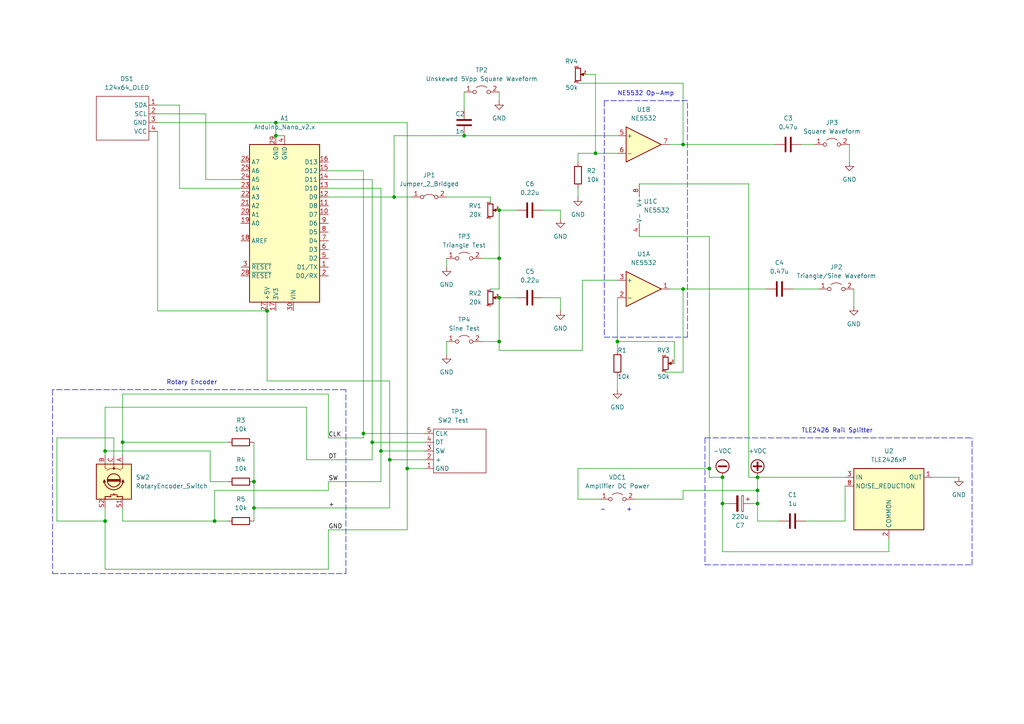
<source format=kicad_sch>
(kicad_sch (version 20210621) (generator eeschema)

  (uuid d7fd2fa3-80c6-4845-8e30-b6bff471930e)

  (paper "A4")

  (title_block
    (title "ECE411 Practicum Project (Wavefrom Generator)")
    (date "11/12/2021")
    (rev "11/14/2021")
    (company "Team 9 (Phillip Velichko, Eyal Eynis, Wei Yan, Hung Pham)")
    (comment 1 "100Hz-25kHz Range and Variable Amplitude Function (Square, Triangle/Sine)")
  )

  (lib_symbols
    (symbol "124x64_OLED_1" (in_bom yes) (on_board yes)
      (property "Reference" "TP" (id 0) (at 1.2319 11.43 0)
        (effects (font (size 1.27 1.27)))
      )
      (property "Value" "124x64_OLED_1" (id 1) (at 1.2319 8.89 0)
        (effects (font (size 1.27 1.27)))
      )
      (property "Footprint" "Connector_PinHeader_2.54mm:PinHeader_1x05_P2.54mm_Vertical" (id 2) (at 0 -7.62 0)
        (effects (font (size 1.27 1.27)) hide)
      )
      (property "Datasheet" "" (id 3) (at 0 0 0)
        (effects (font (size 1.27 1.27)) hide)
      )
      (symbol "124x64_OLED_1_0_1"
        (rectangle (start -7.62 6.35) (end 7.62 -6.35)
          (stroke (width 0.1524) (type default) (color 0 0 0 0))
          (fill (type none))
        )
      )
      (symbol "124x64_OLED_1_1_1"
        (pin input line (at 10.16 5.08 180) (length 2.54)
          (name "GND" (effects (font (size 1.27 1.27))))
          (number "1" (effects (font (size 1.27 1.27))))
        )
        (pin input line (at 10.16 2.54 180) (length 2.54)
          (name "+" (effects (font (size 1.27 1.27))))
          (number "2" (effects (font (size 1.27 1.27))))
        )
        (pin input line (at 10.16 0 180) (length 2.54)
          (name "SW" (effects (font (size 1.27 1.27))))
          (number "3" (effects (font (size 1.27 1.27))))
        )
        (pin input line (at 10.16 -2.54 180) (length 2.54)
          (name "DT" (effects (font (size 1.27 1.27))))
          (number "4" (effects (font (size 1.27 1.27))))
        )
        (pin input line (at 10.16 -5.08 180) (length 2.54)
          (name "CLK" (effects (font (size 1.27 1.27))))
          (number "5" (effects (font (size 1.27 1.27))))
        )
      )
    )
    (symbol "Amplifier_Operational:NE5532" (pin_names (offset 0.127)) (in_bom yes) (on_board yes)
      (property "Reference" "U" (id 0) (at 0 5.08 0)
        (effects (font (size 1.27 1.27)) (justify left))
      )
      (property "Value" "NE5532" (id 1) (at 0 -5.08 0)
        (effects (font (size 1.27 1.27)) (justify left))
      )
      (property "Footprint" "" (id 2) (at 0 0 0)
        (effects (font (size 1.27 1.27)) hide)
      )
      (property "Datasheet" "http://www.ti.com/lit/ds/symlink/ne5532.pdf" (id 3) (at 0 0 0)
        (effects (font (size 1.27 1.27)) hide)
      )
      (property "ki_locked" "" (id 4) (at 0 0 0)
        (effects (font (size 1.27 1.27)))
      )
      (property "ki_keywords" "dual opamp" (id 5) (at 0 0 0)
        (effects (font (size 1.27 1.27)) hide)
      )
      (property "ki_description" "Dual Low-Noise Operational Amplifiers, DIP-8/SOIC-8" (id 6) (at 0 0 0)
        (effects (font (size 1.27 1.27)) hide)
      )
      (property "ki_fp_filters" "SOIC*3.9x4.9mm*P1.27mm* DIP*W7.62mm* TO*99* OnSemi*Micro8* TSSOP*3x3mm*P0.65mm* TSSOP*4.4x3mm*P0.65mm* MSOP*3x3mm*P0.65mm* SSOP*3.9x4.9mm*P0.635mm* LFCSP*2x2mm*P0.5mm* *SIP* SOIC*5.3x6.2mm*P1.27mm*" (id 7) (at 0 0 0)
        (effects (font (size 1.27 1.27)) hide)
      )
      (symbol "NE5532_1_1"
        (polyline
          (pts
            (xy -5.08 5.08)
            (xy 5.08 0)
            (xy -5.08 -5.08)
            (xy -5.08 5.08)
          )
          (stroke (width 0.254) (type default) (color 0 0 0 0))
          (fill (type background))
        )
        (pin output line (at 7.62 0 180) (length 2.54)
          (name "~" (effects (font (size 1.27 1.27))))
          (number "1" (effects (font (size 1.27 1.27))))
        )
        (pin input line (at -7.62 -2.54 0) (length 2.54)
          (name "-" (effects (font (size 1.27 1.27))))
          (number "2" (effects (font (size 1.27 1.27))))
        )
        (pin input line (at -7.62 2.54 0) (length 2.54)
          (name "+" (effects (font (size 1.27 1.27))))
          (number "3" (effects (font (size 1.27 1.27))))
        )
      )
      (symbol "NE5532_2_1"
        (polyline
          (pts
            (xy -5.08 5.08)
            (xy 5.08 0)
            (xy -5.08 -5.08)
            (xy -5.08 5.08)
          )
          (stroke (width 0.254) (type default) (color 0 0 0 0))
          (fill (type background))
        )
        (pin input line (at -7.62 2.54 0) (length 2.54)
          (name "+" (effects (font (size 1.27 1.27))))
          (number "5" (effects (font (size 1.27 1.27))))
        )
        (pin input line (at -7.62 -2.54 0) (length 2.54)
          (name "-" (effects (font (size 1.27 1.27))))
          (number "6" (effects (font (size 1.27 1.27))))
        )
        (pin output line (at 7.62 0 180) (length 2.54)
          (name "~" (effects (font (size 1.27 1.27))))
          (number "7" (effects (font (size 1.27 1.27))))
        )
      )
      (symbol "NE5532_3_1"
        (pin power_in line (at -2.54 -7.62 90) (length 3.81)
          (name "V-" (effects (font (size 1.27 1.27))))
          (number "4" (effects (font (size 1.27 1.27))))
        )
        (pin power_in line (at -2.54 7.62 270) (length 3.81)
          (name "V+" (effects (font (size 1.27 1.27))))
          (number "8" (effects (font (size 1.27 1.27))))
        )
      )
    )
    (symbol "Device:C" (pin_numbers hide) (pin_names (offset 0.254)) (in_bom yes) (on_board yes)
      (property "Reference" "C" (id 0) (at 0.635 2.54 0)
        (effects (font (size 1.27 1.27)) (justify left))
      )
      (property "Value" "C" (id 1) (at 0.635 -2.54 0)
        (effects (font (size 1.27 1.27)) (justify left))
      )
      (property "Footprint" "" (id 2) (at 0.9652 -3.81 0)
        (effects (font (size 1.27 1.27)) hide)
      )
      (property "Datasheet" "~" (id 3) (at 0 0 0)
        (effects (font (size 1.27 1.27)) hide)
      )
      (property "ki_keywords" "cap capacitor" (id 4) (at 0 0 0)
        (effects (font (size 1.27 1.27)) hide)
      )
      (property "ki_description" "Unpolarized capacitor" (id 5) (at 0 0 0)
        (effects (font (size 1.27 1.27)) hide)
      )
      (property "ki_fp_filters" "C_*" (id 6) (at 0 0 0)
        (effects (font (size 1.27 1.27)) hide)
      )
      (symbol "C_0_1"
        (polyline
          (pts
            (xy -2.032 -0.762)
            (xy 2.032 -0.762)
          )
          (stroke (width 0.508) (type default) (color 0 0 0 0))
          (fill (type none))
        )
        (polyline
          (pts
            (xy -2.032 0.762)
            (xy 2.032 0.762)
          )
          (stroke (width 0.508) (type default) (color 0 0 0 0))
          (fill (type none))
        )
      )
      (symbol "C_1_1"
        (pin passive line (at 0 3.81 270) (length 2.794)
          (name "~" (effects (font (size 1.27 1.27))))
          (number "1" (effects (font (size 1.27 1.27))))
        )
        (pin passive line (at 0 -3.81 90) (length 2.794)
          (name "~" (effects (font (size 1.27 1.27))))
          (number "2" (effects (font (size 1.27 1.27))))
        )
      )
    )
    (symbol "Device:C_Polarized" (pin_numbers hide) (pin_names (offset 0.254)) (in_bom yes) (on_board yes)
      (property "Reference" "C" (id 0) (at 0.635 2.54 0)
        (effects (font (size 1.27 1.27)) (justify left))
      )
      (property "Value" "C_Polarized" (id 1) (at 0.635 -2.54 0)
        (effects (font (size 1.27 1.27)) (justify left))
      )
      (property "Footprint" "" (id 2) (at 0.9652 -3.81 0)
        (effects (font (size 1.27 1.27)) hide)
      )
      (property "Datasheet" "~" (id 3) (at 0 0 0)
        (effects (font (size 1.27 1.27)) hide)
      )
      (property "ki_keywords" "cap capacitor" (id 4) (at 0 0 0)
        (effects (font (size 1.27 1.27)) hide)
      )
      (property "ki_description" "Polarized capacitor" (id 5) (at 0 0 0)
        (effects (font (size 1.27 1.27)) hide)
      )
      (property "ki_fp_filters" "CP_*" (id 6) (at 0 0 0)
        (effects (font (size 1.27 1.27)) hide)
      )
      (symbol "C_Polarized_0_1"
        (rectangle (start -2.286 0.508) (end 2.286 1.016)
          (stroke (width 0) (type default) (color 0 0 0 0))
          (fill (type none))
        )
        (polyline
          (pts
            (xy -1.778 2.286)
            (xy -0.762 2.286)
          )
          (stroke (width 0) (type default) (color 0 0 0 0))
          (fill (type none))
        )
        (polyline
          (pts
            (xy -1.27 2.794)
            (xy -1.27 1.778)
          )
          (stroke (width 0) (type default) (color 0 0 0 0))
          (fill (type none))
        )
        (rectangle (start 2.286 -0.508) (end -2.286 -1.016)
          (stroke (width 0) (type default) (color 0 0 0 0))
          (fill (type outline))
        )
      )
      (symbol "C_Polarized_1_1"
        (pin passive line (at 0 3.81 270) (length 2.794)
          (name "~" (effects (font (size 1.27 1.27))))
          (number "1" (effects (font (size 1.27 1.27))))
        )
        (pin passive line (at 0 -3.81 90) (length 2.794)
          (name "~" (effects (font (size 1.27 1.27))))
          (number "2" (effects (font (size 1.27 1.27))))
        )
      )
    )
    (symbol "Device:R" (pin_numbers hide) (pin_names (offset 0)) (in_bom yes) (on_board yes)
      (property "Reference" "R" (id 0) (at 2.032 0 90)
        (effects (font (size 1.27 1.27)))
      )
      (property "Value" "R" (id 1) (at 0 0 90)
        (effects (font (size 1.27 1.27)))
      )
      (property "Footprint" "" (id 2) (at -1.778 0 90)
        (effects (font (size 1.27 1.27)) hide)
      )
      (property "Datasheet" "~" (id 3) (at 0 0 0)
        (effects (font (size 1.27 1.27)) hide)
      )
      (property "ki_keywords" "R res resistor" (id 4) (at 0 0 0)
        (effects (font (size 1.27 1.27)) hide)
      )
      (property "ki_description" "Resistor" (id 5) (at 0 0 0)
        (effects (font (size 1.27 1.27)) hide)
      )
      (property "ki_fp_filters" "R_*" (id 6) (at 0 0 0)
        (effects (font (size 1.27 1.27)) hide)
      )
      (symbol "R_0_1"
        (rectangle (start -1.016 -2.54) (end 1.016 2.54)
          (stroke (width 0.254) (type default) (color 0 0 0 0))
          (fill (type none))
        )
      )
      (symbol "R_1_1"
        (pin passive line (at 0 3.81 270) (length 1.27)
          (name "~" (effects (font (size 1.27 1.27))))
          (number "1" (effects (font (size 1.27 1.27))))
        )
        (pin passive line (at 0 -3.81 90) (length 1.27)
          (name "~" (effects (font (size 1.27 1.27))))
          (number "2" (effects (font (size 1.27 1.27))))
        )
      )
    )
    (symbol "Device:R_Potentiometer_Small" (pin_names (offset 1.016) hide) (in_bom yes) (on_board yes)
      (property "Reference" "RV" (id 0) (at -4.445 0 90)
        (effects (font (size 1.27 1.27)))
      )
      (property "Value" "R_Potentiometer_Small" (id 1) (at -2.54 0 90)
        (effects (font (size 1.27 1.27)))
      )
      (property "Footprint" "" (id 2) (at 0 0 0)
        (effects (font (size 1.27 1.27)) hide)
      )
      (property "Datasheet" "~" (id 3) (at 0 0 0)
        (effects (font (size 1.27 1.27)) hide)
      )
      (property "ki_keywords" "resistor variable" (id 4) (at 0 0 0)
        (effects (font (size 1.27 1.27)) hide)
      )
      (property "ki_description" "Potentiometer" (id 5) (at 0 0 0)
        (effects (font (size 1.27 1.27)) hide)
      )
      (property "ki_fp_filters" "Potentiometer*" (id 6) (at 0 0 0)
        (effects (font (size 1.27 1.27)) hide)
      )
      (symbol "R_Potentiometer_Small_0_1"
        (polyline
          (pts
            (xy 0.889 0)
            (xy 0.635 0)
            (xy 1.651 0.381)
            (xy 1.651 -0.381)
            (xy 0.635 0)
            (xy 0.889 0)
          )
          (stroke (width 0) (type default) (color 0 0 0 0))
          (fill (type outline))
        )
        (rectangle (start 0.762 1.8034) (end -0.762 -1.8034)
          (stroke (width 0.254) (type default) (color 0 0 0 0))
          (fill (type none))
        )
      )
      (symbol "R_Potentiometer_Small_1_1"
        (pin passive line (at 0 2.54 270) (length 0.635)
          (name "1" (effects (font (size 0.635 0.635))))
          (number "1" (effects (font (size 0.635 0.635))))
        )
        (pin passive line (at 2.54 0 180) (length 0.9906)
          (name "2" (effects (font (size 0.635 0.635))))
          (number "2" (effects (font (size 0.635 0.635))))
        )
        (pin passive line (at 0 -2.54 90) (length 0.635)
          (name "3" (effects (font (size 0.635 0.635))))
          (number "3" (effects (font (size 0.635 0.635))))
        )
      )
    )
    (symbol "Device:RotaryEncoder_Switch" (pin_names (offset 0.254) hide) (in_bom yes) (on_board yes)
      (property "Reference" "SW" (id 0) (at 0 6.604 0)
        (effects (font (size 1.27 1.27)))
      )
      (property "Value" "RotaryEncoder_Switch" (id 1) (at 0 -6.604 0)
        (effects (font (size 1.27 1.27)))
      )
      (property "Footprint" "" (id 2) (at -3.81 4.064 0)
        (effects (font (size 1.27 1.27)) hide)
      )
      (property "Datasheet" "~" (id 3) (at 0 6.604 0)
        (effects (font (size 1.27 1.27)) hide)
      )
      (property "ki_keywords" "rotary switch encoder switch push button" (id 4) (at 0 0 0)
        (effects (font (size 1.27 1.27)) hide)
      )
      (property "ki_description" "Rotary encoder, dual channel, incremental quadrate outputs, with switch" (id 5) (at 0 0 0)
        (effects (font (size 1.27 1.27)) hide)
      )
      (property "ki_fp_filters" "RotaryEncoder*Switch*" (id 6) (at 0 0 0)
        (effects (font (size 1.27 1.27)) hide)
      )
      (symbol "RotaryEncoder_Switch_0_1"
        (rectangle (start -5.08 5.08) (end 5.08 -5.08)
          (stroke (width 0.254) (type default) (color 0 0 0 0))
          (fill (type background))
        )
        (circle (center -3.81 0) (radius 0.254)           (stroke (width 0) (type default) (color 0 0 0 0))
          (fill (type outline))
        )
        (arc (start -0.381 -2.794) (mid 2.3622 -0.0508) (end -0.381 2.667)
          (stroke (width 0.254) (type default) (color 0 0 0 0))
          (fill (type none))
        )
        (circle (center -0.381 0) (radius 1.905)           (stroke (width 0.254) (type default) (color 0 0 0 0))
          (fill (type none))
        )
        (polyline
          (pts
            (xy -0.635 -1.778)
            (xy -0.635 1.778)
          )
          (stroke (width 0.254) (type default) (color 0 0 0 0))
          (fill (type none))
        )
        (polyline
          (pts
            (xy -0.381 -1.778)
            (xy -0.381 1.778)
          )
          (stroke (width 0.254) (type default) (color 0 0 0 0))
          (fill (type none))
        )
        (polyline
          (pts
            (xy -0.127 1.778)
            (xy -0.127 -1.778)
          )
          (stroke (width 0.254) (type default) (color 0 0 0 0))
          (fill (type none))
        )
        (polyline
          (pts
            (xy 3.81 0)
            (xy 3.429 0)
          )
          (stroke (width 0.254) (type default) (color 0 0 0 0))
          (fill (type none))
        )
        (polyline
          (pts
            (xy 3.81 1.016)
            (xy 3.81 -1.016)
          )
          (stroke (width 0.254) (type default) (color 0 0 0 0))
          (fill (type none))
        )
        (polyline
          (pts
            (xy -5.08 -2.54)
            (xy -3.81 -2.54)
            (xy -3.81 -2.032)
          )
          (stroke (width 0) (type default) (color 0 0 0 0))
          (fill (type none))
        )
        (polyline
          (pts
            (xy -5.08 2.54)
            (xy -3.81 2.54)
            (xy -3.81 2.032)
          )
          (stroke (width 0) (type default) (color 0 0 0 0))
          (fill (type none))
        )
        (polyline
          (pts
            (xy 0.254 -3.048)
            (xy -0.508 -2.794)
            (xy 0.127 -2.413)
          )
          (stroke (width 0.254) (type default) (color 0 0 0 0))
          (fill (type none))
        )
        (polyline
          (pts
            (xy 0.254 2.921)
            (xy -0.508 2.667)
            (xy 0.127 2.286)
          )
          (stroke (width 0.254) (type default) (color 0 0 0 0))
          (fill (type none))
        )
        (polyline
          (pts
            (xy 5.08 -2.54)
            (xy 4.318 -2.54)
            (xy 4.318 -1.016)
          )
          (stroke (width 0.254) (type default) (color 0 0 0 0))
          (fill (type none))
        )
        (polyline
          (pts
            (xy 5.08 2.54)
            (xy 4.318 2.54)
            (xy 4.318 1.016)
          )
          (stroke (width 0.254) (type default) (color 0 0 0 0))
          (fill (type none))
        )
        (polyline
          (pts
            (xy -5.08 0)
            (xy -3.81 0)
            (xy -3.81 -1.016)
            (xy -3.302 -2.032)
          )
          (stroke (width 0) (type default) (color 0 0 0 0))
          (fill (type none))
        )
        (polyline
          (pts
            (xy -4.318 0)
            (xy -3.81 0)
            (xy -3.81 1.016)
            (xy -3.302 2.032)
          )
          (stroke (width 0) (type default) (color 0 0 0 0))
          (fill (type none))
        )
        (circle (center 4.318 -1.016) (radius 0.127)           (stroke (width 0.254) (type default) (color 0 0 0 0))
          (fill (type none))
        )
        (circle (center 4.318 1.016) (radius 0.127)           (stroke (width 0.254) (type default) (color 0 0 0 0))
          (fill (type none))
        )
      )
      (symbol "RotaryEncoder_Switch_1_1"
        (pin passive line (at -7.62 2.54 0) (length 2.54)
          (name "A" (effects (font (size 1.27 1.27))))
          (number "A" (effects (font (size 1.27 1.27))))
        )
        (pin passive line (at -7.62 -2.54 0) (length 2.54)
          (name "B" (effects (font (size 1.27 1.27))))
          (number "B" (effects (font (size 1.27 1.27))))
        )
        (pin passive line (at -7.62 0 0) (length 2.54)
          (name "C" (effects (font (size 1.27 1.27))))
          (number "C" (effects (font (size 1.27 1.27))))
        )
        (pin passive line (at 7.62 2.54 180) (length 2.54)
          (name "S1" (effects (font (size 1.27 1.27))))
          (number "S1" (effects (font (size 1.27 1.27))))
        )
        (pin passive line (at 7.62 -2.54 180) (length 2.54)
          (name "S2" (effects (font (size 1.27 1.27))))
          (number "S2" (effects (font (size 1.27 1.27))))
        )
      )
    )
    (symbol "Jumper:Jumper_2_Bridged" (pin_names (offset 0) hide) (in_bom yes) (on_board yes)
      (property "Reference" "JP" (id 0) (at 0 1.905 0)
        (effects (font (size 1.27 1.27)))
      )
      (property "Value" "Jumper_2_Bridged" (id 1) (at 0 -2.54 0)
        (effects (font (size 1.27 1.27)))
      )
      (property "Footprint" "" (id 2) (at 0 0 0)
        (effects (font (size 1.27 1.27)) hide)
      )
      (property "Datasheet" "~" (id 3) (at 0 0 0)
        (effects (font (size 1.27 1.27)) hide)
      )
      (property "ki_keywords" "Jumper SPST" (id 4) (at 0 0 0)
        (effects (font (size 1.27 1.27)) hide)
      )
      (property "ki_description" "Jumper, 2-pole, closed/bridged" (id 5) (at 0 0 0)
        (effects (font (size 1.27 1.27)) hide)
      )
      (property "ki_fp_filters" "Jumper* TestPoint*2Pads* TestPoint*Bridge*" (id 6) (at 0 0 0)
        (effects (font (size 1.27 1.27)) hide)
      )
      (symbol "Jumper_2_Bridged_0_0"
        (circle (center -2.032 0) (radius 0.508)           (stroke (width 0) (type default) (color 0 0 0 0))
          (fill (type none))
        )
        (circle (center 2.032 0) (radius 0.508)           (stroke (width 0) (type default) (color 0 0 0 0))
          (fill (type none))
        )
      )
      (symbol "Jumper_2_Bridged_0_1"
        (arc (start 1.524 0.254) (mid 0 0.762) (end -1.524 0.254)
          (stroke (width 0) (type default) (color 0 0 0 0))
          (fill (type none))
        )
      )
      (symbol "Jumper_2_Bridged_1_1"
        (pin passive line (at -5.08 0 0) (length 2.54)
          (name "A" (effects (font (size 1.27 1.27))))
          (number "1" (effects (font (size 1.27 1.27))))
        )
        (pin passive line (at 5.08 0 180) (length 2.54)
          (name "B" (effects (font (size 1.27 1.27))))
          (number "2" (effects (font (size 1.27 1.27))))
        )
      )
    )
    (symbol "Jumper:Jumper_2_Open" (pin_names (offset 0) hide) (in_bom yes) (on_board yes)
      (property "Reference" "JP" (id 0) (at 0 2.794 0)
        (effects (font (size 1.27 1.27)))
      )
      (property "Value" "Jumper_2_Open" (id 1) (at 0 -2.286 0)
        (effects (font (size 1.27 1.27)))
      )
      (property "Footprint" "" (id 2) (at 0 0 0)
        (effects (font (size 1.27 1.27)) hide)
      )
      (property "Datasheet" "~" (id 3) (at 0 0 0)
        (effects (font (size 1.27 1.27)) hide)
      )
      (property "ki_keywords" "Jumper SPST" (id 4) (at 0 0 0)
        (effects (font (size 1.27 1.27)) hide)
      )
      (property "ki_description" "Jumper, 2-pole, open" (id 5) (at 0 0 0)
        (effects (font (size 1.27 1.27)) hide)
      )
      (property "ki_fp_filters" "Jumper* TestPoint*2Pads* TestPoint*Bridge*" (id 6) (at 0 0 0)
        (effects (font (size 1.27 1.27)) hide)
      )
      (symbol "Jumper_2_Open_0_0"
        (circle (center -2.032 0) (radius 0.508)           (stroke (width 0) (type default) (color 0 0 0 0))
          (fill (type none))
        )
        (circle (center 2.032 0) (radius 0.508)           (stroke (width 0) (type default) (color 0 0 0 0))
          (fill (type none))
        )
      )
      (symbol "Jumper_2_Open_0_1"
        (arc (start 1.524 1.27) (mid 0 1.778) (end -1.524 1.27)
          (stroke (width 0) (type default) (color 0 0 0 0))
          (fill (type none))
        )
      )
      (symbol "Jumper_2_Open_1_1"
        (pin passive line (at -5.08 0 0) (length 2.54)
          (name "A" (effects (font (size 1.27 1.27))))
          (number "1" (effects (font (size 1.27 1.27))))
        )
        (pin passive line (at 5.08 0 180) (length 2.54)
          (name "B" (effects (font (size 1.27 1.27))))
          (number "2" (effects (font (size 1.27 1.27))))
        )
      )
    )
    (symbol "MCU_Module:Arduino_Nano_v2.x" (in_bom yes) (on_board yes)
      (property "Reference" "A" (id 0) (at -10.16 23.495 0)
        (effects (font (size 1.27 1.27)) (justify left bottom))
      )
      (property "Value" "Arduino_Nano_v2.x" (id 1) (at 5.08 -24.13 0)
        (effects (font (size 1.27 1.27)) (justify left top))
      )
      (property "Footprint" "Module:Arduino_Nano" (id 2) (at 0 0 0)
        (effects (font (size 1.27 1.27) italic) hide)
      )
      (property "Datasheet" "https://www.arduino.cc/en/uploads/Main/ArduinoNanoManual23.pdf" (id 3) (at 0 0 0)
        (effects (font (size 1.27 1.27)) hide)
      )
      (property "ki_keywords" "Arduino nano microcontroller module USB" (id 4) (at 0 0 0)
        (effects (font (size 1.27 1.27)) hide)
      )
      (property "ki_description" "Arduino Nano v2.x" (id 5) (at 0 0 0)
        (effects (font (size 1.27 1.27)) hide)
      )
      (property "ki_fp_filters" "Arduino*Nano*" (id 6) (at 0 0 0)
        (effects (font (size 1.27 1.27)) hide)
      )
      (symbol "Arduino_Nano_v2.x_0_1"
        (rectangle (start -10.16 22.86) (end 10.16 -22.86)
          (stroke (width 0.254) (type default) (color 0 0 0 0))
          (fill (type background))
        )
      )
      (symbol "Arduino_Nano_v2.x_1_1"
        (pin bidirectional line (at -12.7 12.7 0) (length 2.54)
          (name "D1/TX" (effects (font (size 1.27 1.27))))
          (number "1" (effects (font (size 1.27 1.27))))
        )
        (pin bidirectional line (at -12.7 -2.54 0) (length 2.54)
          (name "D7" (effects (font (size 1.27 1.27))))
          (number "10" (effects (font (size 1.27 1.27))))
        )
        (pin bidirectional line (at -12.7 -5.08 0) (length 2.54)
          (name "D8" (effects (font (size 1.27 1.27))))
          (number "11" (effects (font (size 1.27 1.27))))
        )
        (pin bidirectional line (at -12.7 -7.62 0) (length 2.54)
          (name "D9" (effects (font (size 1.27 1.27))))
          (number "12" (effects (font (size 1.27 1.27))))
        )
        (pin bidirectional line (at -12.7 -10.16 0) (length 2.54)
          (name "D10" (effects (font (size 1.27 1.27))))
          (number "13" (effects (font (size 1.27 1.27))))
        )
        (pin bidirectional line (at -12.7 -12.7 0) (length 2.54)
          (name "D11" (effects (font (size 1.27 1.27))))
          (number "14" (effects (font (size 1.27 1.27))))
        )
        (pin bidirectional line (at -12.7 -15.24 0) (length 2.54)
          (name "D12" (effects (font (size 1.27 1.27))))
          (number "15" (effects (font (size 1.27 1.27))))
        )
        (pin bidirectional line (at -12.7 -17.78 0) (length 2.54)
          (name "D13" (effects (font (size 1.27 1.27))))
          (number "16" (effects (font (size 1.27 1.27))))
        )
        (pin power_out line (at 2.54 25.4 270) (length 2.54)
          (name "3V3" (effects (font (size 1.27 1.27))))
          (number "17" (effects (font (size 1.27 1.27))))
        )
        (pin input line (at 12.7 5.08 180) (length 2.54)
          (name "AREF" (effects (font (size 1.27 1.27))))
          (number "18" (effects (font (size 1.27 1.27))))
        )
        (pin bidirectional line (at 12.7 0 180) (length 2.54)
          (name "A0" (effects (font (size 1.27 1.27))))
          (number "19" (effects (font (size 1.27 1.27))))
        )
        (pin bidirectional line (at -12.7 15.24 0) (length 2.54)
          (name "D0/RX" (effects (font (size 1.27 1.27))))
          (number "2" (effects (font (size 1.27 1.27))))
        )
        (pin bidirectional line (at 12.7 -2.54 180) (length 2.54)
          (name "A1" (effects (font (size 1.27 1.27))))
          (number "20" (effects (font (size 1.27 1.27))))
        )
        (pin bidirectional line (at 12.7 -5.08 180) (length 2.54)
          (name "A2" (effects (font (size 1.27 1.27))))
          (number "21" (effects (font (size 1.27 1.27))))
        )
        (pin bidirectional line (at 12.7 -7.62 180) (length 2.54)
          (name "A3" (effects (font (size 1.27 1.27))))
          (number "22" (effects (font (size 1.27 1.27))))
        )
        (pin bidirectional line (at 12.7 -10.16 180) (length 2.54)
          (name "A4" (effects (font (size 1.27 1.27))))
          (number "23" (effects (font (size 1.27 1.27))))
        )
        (pin bidirectional line (at 12.7 -12.7 180) (length 2.54)
          (name "A5" (effects (font (size 1.27 1.27))))
          (number "24" (effects (font (size 1.27 1.27))))
        )
        (pin bidirectional line (at 12.7 -15.24 180) (length 2.54)
          (name "A6" (effects (font (size 1.27 1.27))))
          (number "25" (effects (font (size 1.27 1.27))))
        )
        (pin bidirectional line (at 12.7 -17.78 180) (length 2.54)
          (name "A7" (effects (font (size 1.27 1.27))))
          (number "26" (effects (font (size 1.27 1.27))))
        )
        (pin power_out line (at 5.08 25.4 270) (length 2.54)
          (name "+5V" (effects (font (size 1.27 1.27))))
          (number "27" (effects (font (size 1.27 1.27))))
        )
        (pin input line (at 12.7 15.24 180) (length 2.54)
          (name "~{RESET}" (effects (font (size 1.27 1.27))))
          (number "28" (effects (font (size 1.27 1.27))))
        )
        (pin power_in line (at 2.54 -25.4 90) (length 2.54)
          (name "GND" (effects (font (size 1.27 1.27))))
          (number "29" (effects (font (size 1.27 1.27))))
        )
        (pin input line (at 12.7 12.7 180) (length 2.54)
          (name "~{RESET}" (effects (font (size 1.27 1.27))))
          (number "3" (effects (font (size 1.27 1.27))))
        )
        (pin power_in line (at -2.54 25.4 270) (length 2.54)
          (name "VIN" (effects (font (size 1.27 1.27))))
          (number "30" (effects (font (size 1.27 1.27))))
        )
        (pin power_in line (at 0 -25.4 90) (length 2.54)
          (name "GND" (effects (font (size 1.27 1.27))))
          (number "4" (effects (font (size 1.27 1.27))))
        )
        (pin bidirectional line (at -12.7 10.16 0) (length 2.54)
          (name "D2" (effects (font (size 1.27 1.27))))
          (number "5" (effects (font (size 1.27 1.27))))
        )
        (pin bidirectional line (at -12.7 7.62 0) (length 2.54)
          (name "D3" (effects (font (size 1.27 1.27))))
          (number "6" (effects (font (size 1.27 1.27))))
        )
        (pin bidirectional line (at -12.7 5.08 0) (length 2.54)
          (name "D4" (effects (font (size 1.27 1.27))))
          (number "7" (effects (font (size 1.27 1.27))))
        )
        (pin bidirectional line (at -12.7 2.54 0) (length 2.54)
          (name "D5" (effects (font (size 1.27 1.27))))
          (number "8" (effects (font (size 1.27 1.27))))
        )
        (pin bidirectional line (at -12.7 0 0) (length 2.54)
          (name "D6" (effects (font (size 1.27 1.27))))
          (number "9" (effects (font (size 1.27 1.27))))
        )
      )
    )
    (symbol "New_Library:124x64_OLED" (in_bom yes) (on_board yes)
      (property "Reference" "DS" (id 0) (at 0 -7.62 0)
        (effects (font (size 1.27 1.27)))
      )
      (property "Value" "124x64_OLED" (id 1) (at 0 7.62 0)
        (effects (font (size 1.27 1.27)))
      )
      (property "Footprint" "" (id 2) (at 0 0 0)
        (effects (font (size 1.27 1.27)) hide)
      )
      (property "Datasheet" "" (id 3) (at 0 0 0)
        (effects (font (size 1.27 1.27)) hide)
      )
      (symbol "124x64_OLED_0_1"
        (rectangle (start -7.62 6.35) (end 7.62 -6.35)
          (stroke (width 0.1524) (type default) (color 0 0 0 0))
          (fill (type none))
        )
      )
      (symbol "124x64_OLED_1_1"
        (pin input line (at 10.16 3.81 180) (length 2.54)
          (name "SDA" (effects (font (size 1.27 1.27))))
          (number "1" (effects (font (size 1.27 1.27))))
        )
        (pin input line (at 10.16 1.27 180) (length 2.54)
          (name "SCL" (effects (font (size 1.27 1.27))))
          (number "2" (effects (font (size 1.27 1.27))))
        )
        (pin input line (at 10.16 -1.27 180) (length 2.54)
          (name "GND" (effects (font (size 1.27 1.27))))
          (number "3" (effects (font (size 1.27 1.27))))
        )
        (pin input line (at 10.16 -3.81 180) (length 2.54)
          (name "VCC" (effects (font (size 1.27 1.27))))
          (number "4" (effects (font (size 1.27 1.27))))
        )
      )
    )
    (symbol "Reference_Voltage:TLE2426xP" (in_bom yes) (on_board yes)
      (property "Reference" "U" (id 0) (at -10.414 8.89 0)
        (effects (font (size 1.27 1.27)) (justify left))
      )
      (property "Value" "TLE2426xP" (id 1) (at 10.16 8.89 0)
        (effects (font (size 1.27 1.27)) (justify right))
      )
      (property "Footprint" "Package_DIP:DIP-8_W7.62mm" (id 2) (at 0 -15.24 0)
        (effects (font (size 1.27 1.27) italic) hide)
      )
      (property "Datasheet" "http://www.ti.com/lit/ds/symlink/tle2426.pdf" (id 3) (at -35.56 24.13 0)
        (effects (font (size 1.27 1.27) italic) hide)
      )
      (property "ki_keywords" "Rail splitter precision vitrual ground" (id 4) (at 0 0 0)
        (effects (font (size 1.27 1.27)) hide)
      )
      (property "ki_description" "Precision virtual ground, noise reduction pin, 4V to 40V input, DIP-8" (id 5) (at 0 0 0)
        (effects (font (size 1.27 1.27)) hide)
      )
      (property "ki_fp_filters" "DIP*W7.62mm*" (id 6) (at 0 0 0)
        (effects (font (size 1.27 1.27)) hide)
      )
      (symbol "TLE2426xP_0_1"
        (rectangle (start -10.16 7.62) (end 10.16 -10.16)
          (stroke (width 0.254) (type default) (color 0 0 0 0))
          (fill (type background))
        )
      )
      (symbol "TLE2426xP_1_1"
        (pin power_out line (at 12.7 5.08 180) (length 2.54)
          (name "OUT" (effects (font (size 1.27 1.27))))
          (number "1" (effects (font (size 1.27 1.27))))
        )
        (pin power_in line (at 0 -12.7 90) (length 2.54)
          (name "COMMON" (effects (font (size 1.27 1.27))))
          (number "2" (effects (font (size 1.27 1.27))))
        )
        (pin power_in line (at -12.7 5.08 0) (length 2.54)
          (name "IN" (effects (font (size 1.27 1.27))))
          (number "3" (effects (font (size 1.27 1.27))))
        )
        (pin no_connect line (at -10.16 0 0) (length 2.54) hide
          (name "NC" (effects (font (size 1.27 1.27))))
          (number "4" (effects (font (size 1.27 1.27))))
        )
        (pin no_connect line (at -10.16 -2.54 0) (length 2.54) hide
          (name "NC" (effects (font (size 1.27 1.27))))
          (number "5" (effects (font (size 1.27 1.27))))
        )
        (pin no_connect line (at 10.16 0 180) (length 2.54) hide
          (name "NC" (effects (font (size 1.27 1.27))))
          (number "6" (effects (font (size 1.27 1.27))))
        )
        (pin no_connect line (at 10.16 -2.54 180) (length 2.54) hide
          (name "NC" (effects (font (size 1.27 1.27))))
          (number "7" (effects (font (size 1.27 1.27))))
        )
        (pin passive line (at -12.7 2.54 0) (length 2.54)
          (name "NOISE_REDUCTION" (effects (font (size 1.27 1.27))))
          (number "8" (effects (font (size 1.27 1.27))))
        )
      )
    )
    (symbol "power:+VDC" (power) (pin_names (offset 0)) (in_bom yes) (on_board yes)
      (property "Reference" "#PWR" (id 0) (at 0 -2.54 0)
        (effects (font (size 1.27 1.27)) hide)
      )
      (property "Value" "+VDC" (id 1) (at 0 6.35 0)
        (effects (font (size 1.27 1.27)))
      )
      (property "Footprint" "" (id 2) (at 0 0 0)
        (effects (font (size 1.27 1.27)) hide)
      )
      (property "Datasheet" "" (id 3) (at 0 0 0)
        (effects (font (size 1.27 1.27)) hide)
      )
      (property "ki_keywords" "power-flag" (id 4) (at 0 0 0)
        (effects (font (size 1.27 1.27)) hide)
      )
      (property "ki_description" "Power symbol creates a global label with name \"+VDC\"" (id 5) (at 0 0 0)
        (effects (font (size 1.27 1.27)) hide)
      )
      (symbol "+VDC_0_1"
        (polyline
          (pts
            (xy -1.143 3.175)
            (xy 1.143 3.175)
          )
          (stroke (width 0.508) (type default) (color 0 0 0 0))
          (fill (type none))
        )
        (polyline
          (pts
            (xy 0 0)
            (xy 0 1.27)
          )
          (stroke (width 0) (type default) (color 0 0 0 0))
          (fill (type none))
        )
        (polyline
          (pts
            (xy 0 2.032)
            (xy 0 4.318)
          )
          (stroke (width 0.508) (type default) (color 0 0 0 0))
          (fill (type none))
        )
        (circle (center 0 3.175) (radius 1.905)           (stroke (width 0.254) (type default) (color 0 0 0 0))
          (fill (type none))
        )
      )
      (symbol "+VDC_1_1"
        (pin power_in line (at 0 0 90) (length 0) hide
          (name "+VDC" (effects (font (size 1.27 1.27))))
          (number "1" (effects (font (size 1.27 1.27))))
        )
      )
    )
    (symbol "power:-VDC" (power) (pin_names (offset 0)) (in_bom yes) (on_board yes)
      (property "Reference" "#PWR" (id 0) (at 0 -2.54 0)
        (effects (font (size 1.27 1.27)) hide)
      )
      (property "Value" "-VDC" (id 1) (at 0 6.35 0)
        (effects (font (size 1.27 1.27)))
      )
      (property "Footprint" "" (id 2) (at 0 0 0)
        (effects (font (size 1.27 1.27)) hide)
      )
      (property "Datasheet" "" (id 3) (at 0 0 0)
        (effects (font (size 1.27 1.27)) hide)
      )
      (property "ki_keywords" "power-flag" (id 4) (at 0 0 0)
        (effects (font (size 1.27 1.27)) hide)
      )
      (property "ki_description" "Power symbol creates a global label with name \"-VDC\"" (id 5) (at 0 0 0)
        (effects (font (size 1.27 1.27)) hide)
      )
      (symbol "-VDC_0_1"
        (polyline
          (pts
            (xy -1.143 3.175)
            (xy 1.143 3.175)
          )
          (stroke (width 0.508) (type default) (color 0 0 0 0))
          (fill (type none))
        )
        (polyline
          (pts
            (xy 0 0)
            (xy 0 1.27)
          )
          (stroke (width 0) (type default) (color 0 0 0 0))
          (fill (type none))
        )
        (circle (center 0 3.175) (radius 1.905)           (stroke (width 0.254) (type default) (color 0 0 0 0))
          (fill (type none))
        )
      )
      (symbol "-VDC_1_1"
        (pin power_in line (at 0 0 90) (length 0) hide
          (name "-VDC" (effects (font (size 1.27 1.27))))
          (number "1" (effects (font (size 1.27 1.27))))
        )
      )
    )
    (symbol "power:GND" (power) (pin_names (offset 0)) (in_bom yes) (on_board yes)
      (property "Reference" "#PWR" (id 0) (at 0 -6.35 0)
        (effects (font (size 1.27 1.27)) hide)
      )
      (property "Value" "GND" (id 1) (at 0 -3.81 0)
        (effects (font (size 1.27 1.27)))
      )
      (property "Footprint" "" (id 2) (at 0 0 0)
        (effects (font (size 1.27 1.27)) hide)
      )
      (property "Datasheet" "" (id 3) (at 0 0 0)
        (effects (font (size 1.27 1.27)) hide)
      )
      (property "ki_keywords" "power-flag" (id 4) (at 0 0 0)
        (effects (font (size 1.27 1.27)) hide)
      )
      (property "ki_description" "Power symbol creates a global label with name \"GND\" , ground" (id 5) (at 0 0 0)
        (effects (font (size 1.27 1.27)) hide)
      )
      (symbol "GND_0_1"
        (polyline
          (pts
            (xy 0 0)
            (xy 0 -1.27)
            (xy 1.27 -1.27)
            (xy 0 -2.54)
            (xy -1.27 -1.27)
            (xy 0 -1.27)
          )
          (stroke (width 0) (type default) (color 0 0 0 0))
          (fill (type none))
        )
      )
      (symbol "GND_1_1"
        (pin power_in line (at 0 0 270) (length 0) hide
          (name "GND" (effects (font (size 1.27 1.27))))
          (number "1" (effects (font (size 1.27 1.27))))
        )
      )
    )
  )

  (junction (at 30.48 130.81) (diameter 0) (color 0 0 0 0))
  (junction (at 30.48 151.13) (diameter 0) (color 0 0 0 0))
  (junction (at 35.56 128.27) (diameter 0) (color 0 0 0 0))
  (junction (at 62.23 151.13) (diameter 0) (color 0 0 0 0))
  (junction (at 73.66 139.7) (diameter 0) (color 0 0 0 0))
  (junction (at 73.66 147.32) (diameter 0) (color 0 0 0 0))
  (junction (at 77.47 90.17) (diameter 0) (color 0 0 0 0))
  (junction (at 80.01 35.56) (diameter 0) (color 0 0 0 0))
  (junction (at 80.01 39.37) (diameter 0) (color 0 0 0 0))
  (junction (at 105.41 125.73) (diameter 0) (color 0 0 0 0))
  (junction (at 107.95 128.27) (diameter 0) (color 0 0 0 0))
  (junction (at 110.49 130.81) (diameter 0) (color 0 0 0 0))
  (junction (at 113.03 133.35) (diameter 0) (color 0 0 0 0))
  (junction (at 114.3 57.15) (diameter 0) (color 0 0 0 0))
  (junction (at 118.11 135.89) (diameter 0) (color 0 0 0 0))
  (junction (at 134.62 39.37) (diameter 0) (color 0 0 0 0))
  (junction (at 144.78 60.96) (diameter 0) (color 0 0 0 0))
  (junction (at 144.78 74.93) (diameter 0) (color 0 0 0 0))
  (junction (at 144.78 86.36) (diameter 0) (color 0 0 0 0))
  (junction (at 144.78 99.06) (diameter 0) (color 0 0 0 0))
  (junction (at 172.72 44.45) (diameter 0) (color 0 0 0 0))
  (junction (at 179.07 99.06) (diameter 0) (color 0 0 0 0))
  (junction (at 198.12 41.91) (diameter 0) (color 0 0 0 0))
  (junction (at 198.12 83.82) (diameter 0) (color 0 0 0 0))
  (junction (at 205.74 135.89) (diameter 0) (color 0 0 0 0))
  (junction (at 209.55 138.43) (diameter 0) (color 0 0 0 0))
  (junction (at 209.55 146.05) (diameter 0) (color 0 0 0 0))
  (junction (at 219.71 138.43) (diameter 0) (color 0 0 0 0))
  (junction (at 219.71 142.24) (diameter 0) (color 0 0 0 0))
  (junction (at 219.71 146.05) (diameter 0) (color 0 0 0 0))

  (wire (pts (xy 16.51 127) (xy 16.51 151.13))
    (stroke (width 0) (type default) (color 0 0 0 0))
    (uuid af2e33c1-ee55-4dd6-bce3-1e6782660638)
  )
  (wire (pts (xy 16.51 151.13) (xy 30.48 151.13))
    (stroke (width 0) (type default) (color 0 0 0 0))
    (uuid af2e33c1-ee55-4dd6-bce3-1e6782660638)
  )
  (wire (pts (xy 30.48 118.11) (xy 88.9 118.11))
    (stroke (width 0) (type default) (color 0 0 0 0))
    (uuid 38de0219-a556-4c18-9a28-4525c966e663)
  )
  (wire (pts (xy 30.48 130.81) (xy 30.48 118.11))
    (stroke (width 0) (type default) (color 0 0 0 0))
    (uuid 38de0219-a556-4c18-9a28-4525c966e663)
  )
  (wire (pts (xy 30.48 132.08) (xy 30.48 130.81))
    (stroke (width 0) (type default) (color 0 0 0 0))
    (uuid 38de0219-a556-4c18-9a28-4525c966e663)
  )
  (wire (pts (xy 30.48 147.32) (xy 30.48 151.13))
    (stroke (width 0) (type default) (color 0 0 0 0))
    (uuid bb256393-45b8-4e2d-938d-cfb136cd15bb)
  )
  (wire (pts (xy 30.48 151.13) (xy 30.48 165.1))
    (stroke (width 0) (type default) (color 0 0 0 0))
    (uuid bb256393-45b8-4e2d-938d-cfb136cd15bb)
  )
  (wire (pts (xy 30.48 165.1) (xy 95.25 165.1))
    (stroke (width 0) (type default) (color 0 0 0 0))
    (uuid bb256393-45b8-4e2d-938d-cfb136cd15bb)
  )
  (wire (pts (xy 33.02 127) (xy 16.51 127))
    (stroke (width 0) (type default) (color 0 0 0 0))
    (uuid af2e33c1-ee55-4dd6-bce3-1e6782660638)
  )
  (wire (pts (xy 33.02 132.08) (xy 33.02 127))
    (stroke (width 0) (type default) (color 0 0 0 0))
    (uuid af2e33c1-ee55-4dd6-bce3-1e6782660638)
  )
  (wire (pts (xy 35.56 114.3) (xy 95.25 114.3))
    (stroke (width 0) (type default) (color 0 0 0 0))
    (uuid 97120f29-893c-4fc0-b44b-b27063432d20)
  )
  (wire (pts (xy 35.56 128.27) (xy 35.56 114.3))
    (stroke (width 0) (type default) (color 0 0 0 0))
    (uuid 97120f29-893c-4fc0-b44b-b27063432d20)
  )
  (wire (pts (xy 35.56 128.27) (xy 66.04 128.27))
    (stroke (width 0) (type default) (color 0 0 0 0))
    (uuid 40a9111a-0581-43b9-89dc-25034302f34a)
  )
  (wire (pts (xy 35.56 132.08) (xy 35.56 128.27))
    (stroke (width 0) (type default) (color 0 0 0 0))
    (uuid 97120f29-893c-4fc0-b44b-b27063432d20)
  )
  (wire (pts (xy 35.56 151.13) (xy 35.56 147.32))
    (stroke (width 0) (type default) (color 0 0 0 0))
    (uuid fdeb4f3e-6b15-4d88-9111-7aedf73229d8)
  )
  (wire (pts (xy 45.72 30.48) (xy 52.07 30.48))
    (stroke (width 0) (type default) (color 0 0 0 0))
    (uuid 4d5fb023-2531-4026-8d23-562c4a1707ba)
  )
  (wire (pts (xy 45.72 33.02) (xy 59.69 33.02))
    (stroke (width 0) (type default) (color 0 0 0 0))
    (uuid 904cdfdb-4643-4208-9ba1-29254a28fbb4)
  )
  (wire (pts (xy 45.72 35.56) (xy 80.01 35.56))
    (stroke (width 0) (type default) (color 0 0 0 0))
    (uuid f021a18f-8f2b-4080-9b0d-e9ea74cfdd2e)
  )
  (wire (pts (xy 45.72 90.17) (xy 45.72 38.1))
    (stroke (width 0) (type default) (color 0 0 0 0))
    (uuid 7d6dda48-f0f6-4ed6-8cb0-ca7106cd8f48)
  )
  (wire (pts (xy 52.07 30.48) (xy 52.07 54.61))
    (stroke (width 0) (type default) (color 0 0 0 0))
    (uuid 4d5fb023-2531-4026-8d23-562c4a1707ba)
  )
  (wire (pts (xy 52.07 54.61) (xy 69.85 54.61))
    (stroke (width 0) (type default) (color 0 0 0 0))
    (uuid 65981f17-ff05-4b09-943f-afa369437db3)
  )
  (wire (pts (xy 59.69 33.02) (xy 59.69 52.07))
    (stroke (width 0) (type default) (color 0 0 0 0))
    (uuid 904cdfdb-4643-4208-9ba1-29254a28fbb4)
  )
  (wire (pts (xy 59.69 52.07) (xy 69.85 52.07))
    (stroke (width 0) (type default) (color 0 0 0 0))
    (uuid afcc8fa1-b729-41d6-976a-95dc20c61e0d)
  )
  (wire (pts (xy 60.96 130.81) (xy 30.48 130.81))
    (stroke (width 0) (type default) (color 0 0 0 0))
    (uuid 101ed18f-d8a6-490c-b924-e9098db4cc48)
  )
  (wire (pts (xy 60.96 139.7) (xy 60.96 130.81))
    (stroke (width 0) (type default) (color 0 0 0 0))
    (uuid 101ed18f-d8a6-490c-b924-e9098db4cc48)
  )
  (wire (pts (xy 60.96 139.7) (xy 66.04 139.7))
    (stroke (width 0) (type default) (color 0 0 0 0))
    (uuid 02572858-8c9f-4d3b-a9cf-c3c702638cb8)
  )
  (wire (pts (xy 62.23 142.24) (xy 62.23 151.13))
    (stroke (width 0) (type default) (color 0 0 0 0))
    (uuid e8d06389-cbc3-4395-82bd-40cb8d18c253)
  )
  (wire (pts (xy 62.23 151.13) (xy 35.56 151.13))
    (stroke (width 0) (type default) (color 0 0 0 0))
    (uuid fdeb4f3e-6b15-4d88-9111-7aedf73229d8)
  )
  (wire (pts (xy 66.04 151.13) (xy 62.23 151.13))
    (stroke (width 0) (type default) (color 0 0 0 0))
    (uuid fdeb4f3e-6b15-4d88-9111-7aedf73229d8)
  )
  (wire (pts (xy 73.66 128.27) (xy 73.66 139.7))
    (stroke (width 0) (type default) (color 0 0 0 0))
    (uuid 06607d74-e892-454e-881a-3f0d1cd30029)
  )
  (wire (pts (xy 73.66 139.7) (xy 73.66 147.32))
    (stroke (width 0) (type default) (color 0 0 0 0))
    (uuid 1b45e0c3-3f6e-45db-bdcb-3657cf20b592)
  )
  (wire (pts (xy 73.66 147.32) (xy 73.66 151.13))
    (stroke (width 0) (type default) (color 0 0 0 0))
    (uuid 79dd4664-89f5-4526-a7e9-fb7dbd657510)
  )
  (wire (pts (xy 73.66 147.32) (xy 113.03 147.32))
    (stroke (width 0) (type default) (color 0 0 0 0))
    (uuid 7ea97a50-0e51-4c81-979f-53f8ff7bc406)
  )
  (wire (pts (xy 77.47 90.17) (xy 45.72 90.17))
    (stroke (width 0) (type default) (color 0 0 0 0))
    (uuid 7d6dda48-f0f6-4ed6-8cb0-ca7106cd8f48)
  )
  (wire (pts (xy 77.47 110.49) (xy 77.47 90.17))
    (stroke (width 0) (type default) (color 0 0 0 0))
    (uuid 7ea97a50-0e51-4c81-979f-53f8ff7bc406)
  )
  (wire (pts (xy 77.47 110.49) (xy 113.03 110.49))
    (stroke (width 0) (type default) (color 0 0 0 0))
    (uuid ed7d5fb4-6f07-4251-b79c-984112dd84da)
  )
  (wire (pts (xy 80.01 35.56) (xy 80.01 39.37))
    (stroke (width 0) (type default) (color 0 0 0 0))
    (uuid f2fa5b56-6257-4699-bd6b-a1f4f10a8ae0)
  )
  (wire (pts (xy 80.01 35.56) (xy 118.11 35.56))
    (stroke (width 0) (type default) (color 0 0 0 0))
    (uuid f021a18f-8f2b-4080-9b0d-e9ea74cfdd2e)
  )
  (wire (pts (xy 80.01 39.37) (xy 82.55 39.37))
    (stroke (width 0) (type default) (color 0 0 0 0))
    (uuid 2d8136c5-2e75-4238-a4f7-618332bf934a)
  )
  (wire (pts (xy 88.9 118.11) (xy 88.9 133.35))
    (stroke (width 0) (type default) (color 0 0 0 0))
    (uuid 38de0219-a556-4c18-9a28-4525c966e663)
  )
  (wire (pts (xy 88.9 133.35) (xy 107.95 133.35))
    (stroke (width 0) (type default) (color 0 0 0 0))
    (uuid 73fe0d0d-64d4-4bf7-b72c-bf33bf96ffc3)
  )
  (wire (pts (xy 95.25 54.61) (xy 110.49 54.61))
    (stroke (width 0) (type default) (color 0 0 0 0))
    (uuid adfd5780-c78e-4d88-abf3-01b0dcd25472)
  )
  (wire (pts (xy 95.25 57.15) (xy 114.3 57.15))
    (stroke (width 0) (type default) (color 0 0 0 0))
    (uuid f430daec-3688-49c6-8c31-fe96100fbf9c)
  )
  (wire (pts (xy 95.25 114.3) (xy 95.25 127))
    (stroke (width 0) (type default) (color 0 0 0 0))
    (uuid 97120f29-893c-4fc0-b44b-b27063432d20)
  )
  (wire (pts (xy 95.25 127) (xy 105.41 127))
    (stroke (width 0) (type default) (color 0 0 0 0))
    (uuid 05eabd63-ae25-47e8-9b10-2a0e9f20e766)
  )
  (wire (pts (xy 95.25 139.7) (xy 95.25 142.24))
    (stroke (width 0) (type default) (color 0 0 0 0))
    (uuid e8d06389-cbc3-4395-82bd-40cb8d18c253)
  )
  (wire (pts (xy 95.25 139.7) (xy 110.49 139.7))
    (stroke (width 0) (type default) (color 0 0 0 0))
    (uuid 85ca8d36-0769-48e4-8316-796d723cad68)
  )
  (wire (pts (xy 95.25 142.24) (xy 62.23 142.24))
    (stroke (width 0) (type default) (color 0 0 0 0))
    (uuid e8d06389-cbc3-4395-82bd-40cb8d18c253)
  )
  (wire (pts (xy 95.25 153.67) (xy 118.11 153.67))
    (stroke (width 0) (type default) (color 0 0 0 0))
    (uuid 8e3aa42a-0ea0-495e-b94e-bb9417cfaf8a)
  )
  (wire (pts (xy 95.25 165.1) (xy 95.25 153.67))
    (stroke (width 0) (type default) (color 0 0 0 0))
    (uuid bb256393-45b8-4e2d-938d-cfb136cd15bb)
  )
  (wire (pts (xy 105.41 49.53) (xy 95.25 49.53))
    (stroke (width 0) (type default) (color 0 0 0 0))
    (uuid 05eabd63-ae25-47e8-9b10-2a0e9f20e766)
  )
  (wire (pts (xy 105.41 125.73) (xy 105.41 49.53))
    (stroke (width 0) (type default) (color 0 0 0 0))
    (uuid 05eabd63-ae25-47e8-9b10-2a0e9f20e766)
  )
  (wire (pts (xy 105.41 125.73) (xy 123.19 125.73))
    (stroke (width 0) (type default) (color 0 0 0 0))
    (uuid 8a950fc4-30b5-45dc-8f0c-3dced674d361)
  )
  (wire (pts (xy 105.41 127) (xy 105.41 125.73))
    (stroke (width 0) (type default) (color 0 0 0 0))
    (uuid 05eabd63-ae25-47e8-9b10-2a0e9f20e766)
  )
  (wire (pts (xy 107.95 52.07) (xy 95.25 52.07))
    (stroke (width 0) (type default) (color 0 0 0 0))
    (uuid 73fe0d0d-64d4-4bf7-b72c-bf33bf96ffc3)
  )
  (wire (pts (xy 107.95 128.27) (xy 107.95 52.07))
    (stroke (width 0) (type default) (color 0 0 0 0))
    (uuid 73fe0d0d-64d4-4bf7-b72c-bf33bf96ffc3)
  )
  (wire (pts (xy 107.95 128.27) (xy 123.19 128.27))
    (stroke (width 0) (type default) (color 0 0 0 0))
    (uuid 1af6fdf6-389c-4f71-8173-a54d1327e9c9)
  )
  (wire (pts (xy 107.95 133.35) (xy 107.95 128.27))
    (stroke (width 0) (type default) (color 0 0 0 0))
    (uuid 73fe0d0d-64d4-4bf7-b72c-bf33bf96ffc3)
  )
  (wire (pts (xy 110.49 54.61) (xy 110.49 130.81))
    (stroke (width 0) (type default) (color 0 0 0 0))
    (uuid 85ca8d36-0769-48e4-8316-796d723cad68)
  )
  (wire (pts (xy 110.49 130.81) (xy 110.49 139.7))
    (stroke (width 0) (type default) (color 0 0 0 0))
    (uuid 85ca8d36-0769-48e4-8316-796d723cad68)
  )
  (wire (pts (xy 110.49 130.81) (xy 123.19 130.81))
    (stroke (width 0) (type default) (color 0 0 0 0))
    (uuid 8eef96be-7e6b-4346-b6cf-bff2ac803c22)
  )
  (wire (pts (xy 113.03 133.35) (xy 113.03 110.49))
    (stroke (width 0) (type default) (color 0 0 0 0))
    (uuid 7ea97a50-0e51-4c81-979f-53f8ff7bc406)
  )
  (wire (pts (xy 113.03 133.35) (xy 123.19 133.35))
    (stroke (width 0) (type default) (color 0 0 0 0))
    (uuid af571762-ba9a-4335-8044-ec3d684e137a)
  )
  (wire (pts (xy 113.03 147.32) (xy 113.03 133.35))
    (stroke (width 0) (type default) (color 0 0 0 0))
    (uuid 7ea97a50-0e51-4c81-979f-53f8ff7bc406)
  )
  (wire (pts (xy 114.3 39.37) (xy 114.3 57.15))
    (stroke (width 0) (type default) (color 0 0 0 0))
    (uuid e89ca2ce-e069-4bfb-ad64-b8016a4651cc)
  )
  (wire (pts (xy 114.3 57.15) (xy 119.38 57.15))
    (stroke (width 0) (type default) (color 0 0 0 0))
    (uuid f430daec-3688-49c6-8c31-fe96100fbf9c)
  )
  (wire (pts (xy 118.11 135.89) (xy 118.11 35.56))
    (stroke (width 0) (type default) (color 0 0 0 0))
    (uuid 0bfeb18f-9a2a-4212-8275-963471ab64ab)
  )
  (wire (pts (xy 118.11 135.89) (xy 123.19 135.89))
    (stroke (width 0) (type default) (color 0 0 0 0))
    (uuid b8c0069e-d2ca-4947-9ed7-9c30cd55e5f9)
  )
  (wire (pts (xy 118.11 153.67) (xy 118.11 135.89))
    (stroke (width 0) (type default) (color 0 0 0 0))
    (uuid 0bfeb18f-9a2a-4212-8275-963471ab64ab)
  )
  (wire (pts (xy 129.54 57.15) (xy 142.24 57.15))
    (stroke (width 0) (type default) (color 0 0 0 0))
    (uuid c51536ca-af61-4176-9655-7a8328a7af38)
  )
  (wire (pts (xy 129.54 74.93) (xy 129.54 77.47))
    (stroke (width 0) (type default) (color 0 0 0 0))
    (uuid 6ffbaab0-09f6-4749-b31b-026e3d28c5d2)
  )
  (wire (pts (xy 129.54 99.06) (xy 129.54 102.87))
    (stroke (width 0) (type default) (color 0 0 0 0))
    (uuid 7aee0210-4516-4cbd-b440-e40a82b7f17c)
  )
  (wire (pts (xy 134.62 26.67) (xy 134.62 31.75))
    (stroke (width 0) (type default) (color 0 0 0 0))
    (uuid 23223c1d-a847-49e7-8228-41dafefc0647)
  )
  (wire (pts (xy 134.62 39.37) (xy 114.3 39.37))
    (stroke (width 0) (type default) (color 0 0 0 0))
    (uuid e89ca2ce-e069-4bfb-ad64-b8016a4651cc)
  )
  (wire (pts (xy 134.62 39.37) (xy 179.07 39.37))
    (stroke (width 0) (type default) (color 0 0 0 0))
    (uuid e89ca2ce-e069-4bfb-ad64-b8016a4651cc)
  )
  (wire (pts (xy 139.7 74.93) (xy 144.78 74.93))
    (stroke (width 0) (type default) (color 0 0 0 0))
    (uuid 26bb7858-3b75-4dd1-91ca-62fabbd09942)
  )
  (wire (pts (xy 139.7 99.06) (xy 144.78 99.06))
    (stroke (width 0) (type default) (color 0 0 0 0))
    (uuid e94048b1-715c-4b93-9bc1-1a2771f887b6)
  )
  (wire (pts (xy 142.24 57.15) (xy 142.24 58.42))
    (stroke (width 0) (type default) (color 0 0 0 0))
    (uuid c51536ca-af61-4176-9655-7a8328a7af38)
  )
  (wire (pts (xy 144.78 26.67) (xy 144.78 29.21))
    (stroke (width 0) (type default) (color 0 0 0 0))
    (uuid d92fdb75-2199-45c3-b6da-c8162be2c818)
  )
  (wire (pts (xy 144.78 60.96) (xy 144.78 74.93))
    (stroke (width 0) (type default) (color 0 0 0 0))
    (uuid 15e05c8c-68f8-4435-bf5b-596d15980b92)
  )
  (wire (pts (xy 144.78 60.96) (xy 149.86 60.96))
    (stroke (width 0) (type default) (color 0 0 0 0))
    (uuid f77d365f-6f7e-4390-bc59-e7d67be9da37)
  )
  (wire (pts (xy 144.78 74.93) (xy 144.78 83.82))
    (stroke (width 0) (type default) (color 0 0 0 0))
    (uuid 15e05c8c-68f8-4435-bf5b-596d15980b92)
  )
  (wire (pts (xy 144.78 83.82) (xy 142.24 83.82))
    (stroke (width 0) (type default) (color 0 0 0 0))
    (uuid 15e05c8c-68f8-4435-bf5b-596d15980b92)
  )
  (wire (pts (xy 144.78 86.36) (xy 149.86 86.36))
    (stroke (width 0) (type default) (color 0 0 0 0))
    (uuid f49507be-5d5e-49ab-9cc6-afcaaf07ec24)
  )
  (wire (pts (xy 144.78 99.06) (xy 144.78 86.36))
    (stroke (width 0) (type default) (color 0 0 0 0))
    (uuid 87bff2a4-478e-46ca-95b6-f9f6cd6001de)
  )
  (wire (pts (xy 144.78 101.6) (xy 144.78 99.06))
    (stroke (width 0) (type default) (color 0 0 0 0))
    (uuid 87bff2a4-478e-46ca-95b6-f9f6cd6001de)
  )
  (wire (pts (xy 157.48 60.96) (xy 162.56 60.96))
    (stroke (width 0) (type default) (color 0 0 0 0))
    (uuid 0f64273c-48d0-404b-a2f9-b61bc4c1c0cb)
  )
  (wire (pts (xy 157.48 86.36) (xy 162.56 86.36))
    (stroke (width 0) (type default) (color 0 0 0 0))
    (uuid 3be7cf1b-ee7e-444c-81c1-997f4b3cdede)
  )
  (wire (pts (xy 162.56 60.96) (xy 162.56 63.5))
    (stroke (width 0) (type default) (color 0 0 0 0))
    (uuid 0f64273c-48d0-404b-a2f9-b61bc4c1c0cb)
  )
  (wire (pts (xy 162.56 86.36) (xy 162.56 90.17))
    (stroke (width 0) (type default) (color 0 0 0 0))
    (uuid 3be7cf1b-ee7e-444c-81c1-997f4b3cdede)
  )
  (wire (pts (xy 167.64 24.13) (xy 198.12 24.13))
    (stroke (width 0) (type default) (color 0 0 0 0))
    (uuid 62b94a8a-159d-43e8-9818-3170e4fca75e)
  )
  (wire (pts (xy 167.64 44.45) (xy 172.72 44.45))
    (stroke (width 0) (type default) (color 0 0 0 0))
    (uuid f2180d7a-f1a7-4192-920a-d65815edb555)
  )
  (wire (pts (xy 167.64 46.99) (xy 167.64 44.45))
    (stroke (width 0) (type default) (color 0 0 0 0))
    (uuid f2180d7a-f1a7-4192-920a-d65815edb555)
  )
  (wire (pts (xy 167.64 54.61) (xy 167.64 57.15))
    (stroke (width 0) (type default) (color 0 0 0 0))
    (uuid efb2c1f9-ff89-4ffe-88b3-8340ea37b3ac)
  )
  (wire (pts (xy 167.64 135.89) (xy 167.64 144.78))
    (stroke (width 0) (type default) (color 0 0 0 0))
    (uuid dce0cedc-71af-469e-bef2-4896052713c9)
  )
  (wire (pts (xy 167.64 135.89) (xy 205.74 135.89))
    (stroke (width 0) (type default) (color 0 0 0 0))
    (uuid dce0cedc-71af-469e-bef2-4896052713c9)
  )
  (wire (pts (xy 168.91 81.28) (xy 168.91 101.6))
    (stroke (width 0) (type default) (color 0 0 0 0))
    (uuid 87bff2a4-478e-46ca-95b6-f9f6cd6001de)
  )
  (wire (pts (xy 168.91 101.6) (xy 144.78 101.6))
    (stroke (width 0) (type default) (color 0 0 0 0))
    (uuid 87bff2a4-478e-46ca-95b6-f9f6cd6001de)
  )
  (wire (pts (xy 170.18 21.59) (xy 172.72 21.59))
    (stroke (width 0) (type default) (color 0 0 0 0))
    (uuid 04dbedb6-2b33-4b3f-8c1d-327ea2284eb7)
  )
  (wire (pts (xy 172.72 21.59) (xy 172.72 44.45))
    (stroke (width 0) (type default) (color 0 0 0 0))
    (uuid 9baaa754-4137-4631-8524-fb4b00bfac7a)
  )
  (wire (pts (xy 172.72 44.45) (xy 179.07 44.45))
    (stroke (width 0) (type default) (color 0 0 0 0))
    (uuid f2180d7a-f1a7-4192-920a-d65815edb555)
  )
  (wire (pts (xy 173.99 144.78) (xy 167.64 144.78))
    (stroke (width 0) (type default) (color 0 0 0 0))
    (uuid dce0cedc-71af-469e-bef2-4896052713c9)
  )
  (wire (pts (xy 179.07 81.28) (xy 168.91 81.28))
    (stroke (width 0) (type default) (color 0 0 0 0))
    (uuid 87bff2a4-478e-46ca-95b6-f9f6cd6001de)
  )
  (wire (pts (xy 179.07 86.36) (xy 179.07 99.06))
    (stroke (width 0) (type default) (color 0 0 0 0))
    (uuid 041191cc-3fe9-46a0-b5ad-02abb73dd3c3)
  )
  (wire (pts (xy 179.07 99.06) (xy 179.07 101.6))
    (stroke (width 0) (type default) (color 0 0 0 0))
    (uuid 041191cc-3fe9-46a0-b5ad-02abb73dd3c3)
  )
  (wire (pts (xy 179.07 109.22) (xy 179.07 113.03))
    (stroke (width 0) (type default) (color 0 0 0 0))
    (uuid 3f752468-224f-4d82-9359-79ae462e00dc)
  )
  (wire (pts (xy 184.15 144.78) (xy 198.12 144.78))
    (stroke (width 0) (type default) (color 0 0 0 0))
    (uuid 52ef8cab-4fc8-468d-a04e-e01a69312f7e)
  )
  (wire (pts (xy 185.42 53.34) (xy 217.17 53.34))
    (stroke (width 0) (type default) (color 0 0 0 0))
    (uuid a2c0075d-080e-41cd-8b30-a8b5b32583dd)
  )
  (wire (pts (xy 185.42 68.58) (xy 205.74 68.58))
    (stroke (width 0) (type default) (color 0 0 0 0))
    (uuid efb634a6-796c-40fb-a06f-3702cb15926f)
  )
  (wire (pts (xy 193.04 107.95) (xy 198.12 107.95))
    (stroke (width 0) (type default) (color 0 0 0 0))
    (uuid 74590d67-1390-4f59-b123-0f5d77141e9a)
  )
  (wire (pts (xy 195.58 99.06) (xy 179.07 99.06))
    (stroke (width 0) (type default) (color 0 0 0 0))
    (uuid 96b02292-d393-4000-b98b-ef7040a85c50)
  )
  (wire (pts (xy 195.58 105.41) (xy 195.58 99.06))
    (stroke (width 0) (type default) (color 0 0 0 0))
    (uuid 96b02292-d393-4000-b98b-ef7040a85c50)
  )
  (wire (pts (xy 198.12 24.13) (xy 198.12 41.91))
    (stroke (width 0) (type default) (color 0 0 0 0))
    (uuid 62b94a8a-159d-43e8-9818-3170e4fca75e)
  )
  (wire (pts (xy 198.12 41.91) (xy 194.31 41.91))
    (stroke (width 0) (type default) (color 0 0 0 0))
    (uuid 62b94a8a-159d-43e8-9818-3170e4fca75e)
  )
  (wire (pts (xy 198.12 41.91) (xy 224.79 41.91))
    (stroke (width 0) (type default) (color 0 0 0 0))
    (uuid bdcdb230-5d8b-483c-a2a5-cd41b0b093d3)
  )
  (wire (pts (xy 198.12 83.82) (xy 194.31 83.82))
    (stroke (width 0) (type default) (color 0 0 0 0))
    (uuid 74590d67-1390-4f59-b123-0f5d77141e9a)
  )
  (wire (pts (xy 198.12 83.82) (xy 222.25 83.82))
    (stroke (width 0) (type default) (color 0 0 0 0))
    (uuid e90b93e5-0b23-46ff-a4de-2b230a7fd443)
  )
  (wire (pts (xy 198.12 107.95) (xy 198.12 83.82))
    (stroke (width 0) (type default) (color 0 0 0 0))
    (uuid 74590d67-1390-4f59-b123-0f5d77141e9a)
  )
  (wire (pts (xy 198.12 142.24) (xy 219.71 142.24))
    (stroke (width 0) (type default) (color 0 0 0 0))
    (uuid 52ef8cab-4fc8-468d-a04e-e01a69312f7e)
  )
  (wire (pts (xy 198.12 144.78) (xy 198.12 142.24))
    (stroke (width 0) (type default) (color 0 0 0 0))
    (uuid 52ef8cab-4fc8-468d-a04e-e01a69312f7e)
  )
  (wire (pts (xy 205.74 68.58) (xy 205.74 135.89))
    (stroke (width 0) (type default) (color 0 0 0 0))
    (uuid ace14d55-c71b-47db-89c5-bfaa74650bea)
  )
  (wire (pts (xy 205.74 135.89) (xy 205.74 138.43))
    (stroke (width 0) (type default) (color 0 0 0 0))
    (uuid ace14d55-c71b-47db-89c5-bfaa74650bea)
  )
  (wire (pts (xy 205.74 138.43) (xy 209.55 138.43))
    (stroke (width 0) (type default) (color 0 0 0 0))
    (uuid ace14d55-c71b-47db-89c5-bfaa74650bea)
  )
  (wire (pts (xy 209.55 146.05) (xy 209.55 138.43))
    (stroke (width 0) (type default) (color 0 0 0 0))
    (uuid 56693732-5797-4fd8-b9eb-333b19ad3a30)
  )
  (wire (pts (xy 209.55 146.05) (xy 210.82 146.05))
    (stroke (width 0) (type default) (color 0 0 0 0))
    (uuid a1df5018-acb1-4560-aecd-4bac9087a3f2)
  )
  (wire (pts (xy 209.55 160.02) (xy 209.55 146.05))
    (stroke (width 0) (type default) (color 0 0 0 0))
    (uuid 56693732-5797-4fd8-b9eb-333b19ad3a30)
  )
  (wire (pts (xy 209.55 160.02) (xy 257.81 160.02))
    (stroke (width 0) (type default) (color 0 0 0 0))
    (uuid 56693732-5797-4fd8-b9eb-333b19ad3a30)
  )
  (wire (pts (xy 217.17 53.34) (xy 217.17 138.43))
    (stroke (width 0) (type default) (color 0 0 0 0))
    (uuid e5f6336b-d9ba-45f1-87b6-a190a80fa788)
  )
  (wire (pts (xy 217.17 138.43) (xy 219.71 138.43))
    (stroke (width 0) (type default) (color 0 0 0 0))
    (uuid e5f6336b-d9ba-45f1-87b6-a190a80fa788)
  )
  (wire (pts (xy 218.44 146.05) (xy 219.71 146.05))
    (stroke (width 0) (type default) (color 0 0 0 0))
    (uuid 40dd2a81-5c61-435d-b7a8-c7cce643160c)
  )
  (wire (pts (xy 219.71 138.43) (xy 219.71 142.24))
    (stroke (width 0) (type default) (color 0 0 0 0))
    (uuid e9d9eff0-bacc-4eed-89f7-3f3e3a988f8d)
  )
  (wire (pts (xy 219.71 138.43) (xy 245.11 138.43))
    (stroke (width 0) (type default) (color 0 0 0 0))
    (uuid c71033aa-1c8c-4345-9406-f44237ae6b0f)
  )
  (wire (pts (xy 219.71 142.24) (xy 219.71 146.05))
    (stroke (width 0) (type default) (color 0 0 0 0))
    (uuid e9d9eff0-bacc-4eed-89f7-3f3e3a988f8d)
  )
  (wire (pts (xy 219.71 146.05) (xy 219.71 151.13))
    (stroke (width 0) (type default) (color 0 0 0 0))
    (uuid e9d9eff0-bacc-4eed-89f7-3f3e3a988f8d)
  )
  (wire (pts (xy 226.06 151.13) (xy 219.71 151.13))
    (stroke (width 0) (type default) (color 0 0 0 0))
    (uuid ffd577fc-cb4c-4903-a19e-acc6b4a3f1f9)
  )
  (wire (pts (xy 229.87 83.82) (xy 237.49 83.82))
    (stroke (width 0) (type default) (color 0 0 0 0))
    (uuid 644c59ef-8b0c-4e53-acde-20f14812320c)
  )
  (wire (pts (xy 232.41 41.91) (xy 236.22 41.91))
    (stroke (width 0) (type default) (color 0 0 0 0))
    (uuid e6260292-bffa-4551-9040-b8e89f8b0b4c)
  )
  (wire (pts (xy 233.68 151.13) (xy 245.11 151.13))
    (stroke (width 0) (type default) (color 0 0 0 0))
    (uuid a067d015-b4b1-48eb-be2c-3a95b04fe066)
  )
  (wire (pts (xy 245.11 140.97) (xy 245.11 151.13))
    (stroke (width 0) (type default) (color 0 0 0 0))
    (uuid 23f2129f-62a5-4c08-879b-dc1382403dab)
  )
  (wire (pts (xy 246.38 41.91) (xy 246.38 46.99))
    (stroke (width 0) (type default) (color 0 0 0 0))
    (uuid 577770d3-7233-4d2f-a2c8-f7cb2fbac202)
  )
  (wire (pts (xy 247.65 83.82) (xy 247.65 88.9))
    (stroke (width 0) (type default) (color 0 0 0 0))
    (uuid 372ef761-70ae-4668-875a-76a6a12f7bf0)
  )
  (wire (pts (xy 257.81 156.21) (xy 257.81 160.02))
    (stroke (width 0) (type default) (color 0 0 0 0))
    (uuid 56693732-5797-4fd8-b9eb-333b19ad3a30)
  )
  (wire (pts (xy 270.51 138.43) (xy 278.13 138.43))
    (stroke (width 0) (type default) (color 0 0 0 0))
    (uuid efbe109a-062f-47be-bc70-e5e7843c4e18)
  )
  (polyline (pts (xy 15.24 113.03) (xy 15.24 166.37))
    (stroke (width 0) (type default) (color 0 0 0 0))
    (uuid 02fe3f43-4022-4e43-8e32-2b6c649ec13a)
  )
  (polyline (pts (xy 15.24 166.37) (xy 100.33 166.37))
    (stroke (width 0) (type default) (color 0 0 0 0))
    (uuid 02fe3f43-4022-4e43-8e32-2b6c649ec13a)
  )
  (polyline (pts (xy 100.33 113.03) (xy 15.24 113.03))
    (stroke (width 0) (type default) (color 0 0 0 0))
    (uuid 02fe3f43-4022-4e43-8e32-2b6c649ec13a)
  )
  (polyline (pts (xy 100.33 166.37) (xy 100.33 113.03))
    (stroke (width 0) (type default) (color 0 0 0 0))
    (uuid 02fe3f43-4022-4e43-8e32-2b6c649ec13a)
  )
  (polyline (pts (xy 175.26 29.21) (xy 175.26 97.79))
    (stroke (width 0) (type default) (color 0 0 0 0))
    (uuid b39cf5a0-c670-496b-80d3-7338f027af6f)
  )
  (polyline (pts (xy 175.26 97.79) (xy 199.39 97.79))
    (stroke (width 0) (type default) (color 0 0 0 0))
    (uuid b39cf5a0-c670-496b-80d3-7338f027af6f)
  )
  (polyline (pts (xy 199.39 29.21) (xy 175.26 29.21))
    (stroke (width 0) (type default) (color 0 0 0 0))
    (uuid b39cf5a0-c670-496b-80d3-7338f027af6f)
  )
  (polyline (pts (xy 199.39 97.79) (xy 199.39 29.21))
    (stroke (width 0) (type default) (color 0 0 0 0))
    (uuid b39cf5a0-c670-496b-80d3-7338f027af6f)
  )
  (polyline (pts (xy 204.47 127) (xy 204.47 163.83))
    (stroke (width 0) (type default) (color 0 0 0 0))
    (uuid ae9ff2d1-558f-4c8e-896e-aba82d06260f)
  )
  (polyline (pts (xy 204.47 127) (xy 281.94 127))
    (stroke (width 0) (type default) (color 0 0 0 0))
    (uuid ae9ff2d1-558f-4c8e-896e-aba82d06260f)
  )
  (polyline (pts (xy 204.47 163.83) (xy 281.94 163.83))
    (stroke (width 0) (type default) (color 0 0 0 0))
    (uuid ae9ff2d1-558f-4c8e-896e-aba82d06260f)
  )
  (polyline (pts (xy 281.94 163.83) (xy 281.94 127))
    (stroke (width 0) (type default) (color 0 0 0 0))
    (uuid ae9ff2d1-558f-4c8e-896e-aba82d06260f)
  )

  (text "Rotary Encoder" (at 48.26 111.76 0)
    (effects (font (size 1.27 1.27)) (justify left bottom))
    (uuid 0f9d188e-f813-4891-81f3-44abd00dce4f)
  )
  (text "-\n" (at 173.99 148.59 0)
    (effects (font (size 1.27 1.27)) (justify left bottom))
    (uuid 27970fb0-07e7-4df3-9bd7-fa17a67ea995)
  )
  (text "NE5532 Op-Amp" (at 179.07 27.94 0)
    (effects (font (size 1.27 1.27)) (justify left bottom))
    (uuid 8ffb57cb-7358-4b52-9a4a-49ec50b32fd9)
  )
  (text "+" (at 181.61 148.59 0)
    (effects (font (size 1.27 1.27)) (justify left bottom))
    (uuid 35ea2250-e6b0-4e7f-995b-7265ae5f2a0c)
  )
  (text "TLE2426 Rail Splitter" (at 232.41 125.73 0)
    (effects (font (size 1.27 1.27)) (justify left bottom))
    (uuid 57697238-042d-4c78-91de-c4fb1d5c3faf)
  )

  (label "CLK" (at 95.25 127 0)
    (effects (font (size 1.27 1.27)) (justify left bottom))
    (uuid 6c751064-0864-45bf-b7f4-376106933797)
  )
  (label "DT" (at 95.25 133.35 0)
    (effects (font (size 1.27 1.27)) (justify left bottom))
    (uuid f12967af-e6f7-44d7-8759-f114e75cf5f6)
  )
  (label "SW" (at 95.25 139.7 0)
    (effects (font (size 1.27 1.27)) (justify left bottom))
    (uuid 050d3b48-a7c5-493c-b6b1-721da3a22dcf)
  )
  (label "+" (at 95.25 147.32 0)
    (effects (font (size 1.27 1.27)) (justify left bottom))
    (uuid 12552dd1-bf67-481b-89e4-2648ab5d7af9)
  )
  (label "GND" (at 95.25 153.67 0)
    (effects (font (size 1.27 1.27)) (justify left bottom))
    (uuid ebc69929-6c4d-47aa-805a-246e69aba8cc)
  )

  (symbol (lib_id "power:GND") (at 129.54 77.47 0) (unit 1)
    (in_bom yes) (on_board yes) (fields_autoplaced)
    (uuid 026282df-cf68-434b-ae63-4ccc7718ab9f)
    (property "Reference" "#PWR0111" (id 0) (at 129.54 83.82 0)
      (effects (font (size 1.27 1.27)) hide)
    )
    (property "Value" "GND" (id 1) (at 129.54 82.55 0))
    (property "Footprint" "" (id 2) (at 129.54 77.47 0)
      (effects (font (size 1.27 1.27)) hide)
    )
    (property "Datasheet" "" (id 3) (at 129.54 77.47 0)
      (effects (font (size 1.27 1.27)) hide)
    )
    (pin "1" (uuid fe28572d-ccee-483a-9700-01915cb7f3da))
  )

  (symbol (lib_id "power:GND") (at 129.54 102.87 0) (unit 1)
    (in_bom yes) (on_board yes) (fields_autoplaced)
    (uuid 4590878f-b2c5-46e1-a5d6-2ee5ba43bedc)
    (property "Reference" "#PWR0112" (id 0) (at 129.54 109.22 0)
      (effects (font (size 1.27 1.27)) hide)
    )
    (property "Value" "GND" (id 1) (at 129.54 107.95 0))
    (property "Footprint" "" (id 2) (at 129.54 102.87 0)
      (effects (font (size 1.27 1.27)) hide)
    )
    (property "Datasheet" "" (id 3) (at 129.54 102.87 0)
      (effects (font (size 1.27 1.27)) hide)
    )
    (pin "1" (uuid de4365f5-0831-4f7d-9978-de7d4777e27b))
  )

  (symbol (lib_id "power:GND") (at 144.78 29.21 0) (unit 1)
    (in_bom yes) (on_board yes) (fields_autoplaced)
    (uuid d9f9b2bb-eeab-4cb1-8e3a-14554cc9f597)
    (property "Reference" "#PWR0108" (id 0) (at 144.78 35.56 0)
      (effects (font (size 1.27 1.27)) hide)
    )
    (property "Value" "GND" (id 1) (at 144.78 34.29 0))
    (property "Footprint" "" (id 2) (at 144.78 29.21 0)
      (effects (font (size 1.27 1.27)) hide)
    )
    (property "Datasheet" "" (id 3) (at 144.78 29.21 0)
      (effects (font (size 1.27 1.27)) hide)
    )
    (pin "1" (uuid 5289a422-efa5-457f-9054-a894aa490d0e))
  )

  (symbol (lib_id "power:GND") (at 162.56 63.5 0) (unit 1)
    (in_bom yes) (on_board yes) (fields_autoplaced)
    (uuid 8bc94a4b-b406-4838-a391-b9486410e78a)
    (property "Reference" "#PWR0105" (id 0) (at 162.56 69.85 0)
      (effects (font (size 1.27 1.27)) hide)
    )
    (property "Value" "GND" (id 1) (at 162.56 68.58 0))
    (property "Footprint" "" (id 2) (at 162.56 63.5 0)
      (effects (font (size 1.27 1.27)) hide)
    )
    (property "Datasheet" "" (id 3) (at 162.56 63.5 0)
      (effects (font (size 1.27 1.27)) hide)
    )
    (pin "1" (uuid bf3030cb-0e8d-4af1-a51c-84bdc20b643c))
  )

  (symbol (lib_id "power:GND") (at 162.56 90.17 0) (unit 1)
    (in_bom yes) (on_board yes) (fields_autoplaced)
    (uuid d5435854-fd3e-4e9e-aadd-eaaa02cdb27b)
    (property "Reference" "#PWR0106" (id 0) (at 162.56 96.52 0)
      (effects (font (size 1.27 1.27)) hide)
    )
    (property "Value" "GND" (id 1) (at 162.56 95.25 0))
    (property "Footprint" "" (id 2) (at 162.56 90.17 0)
      (effects (font (size 1.27 1.27)) hide)
    )
    (property "Datasheet" "" (id 3) (at 162.56 90.17 0)
      (effects (font (size 1.27 1.27)) hide)
    )
    (pin "1" (uuid bd920819-44db-4246-ba8b-781ba059a0ee))
  )

  (symbol (lib_id "power:GND") (at 167.64 57.15 0) (unit 1)
    (in_bom yes) (on_board yes) (fields_autoplaced)
    (uuid c629a020-8a0b-4478-b323-4c1531aa5771)
    (property "Reference" "#PWR0107" (id 0) (at 167.64 63.5 0)
      (effects (font (size 1.27 1.27)) hide)
    )
    (property "Value" "GND" (id 1) (at 167.64 62.23 0))
    (property "Footprint" "" (id 2) (at 167.64 57.15 0)
      (effects (font (size 1.27 1.27)) hide)
    )
    (property "Datasheet" "" (id 3) (at 167.64 57.15 0)
      (effects (font (size 1.27 1.27)) hide)
    )
    (pin "1" (uuid 5fbe4c3f-0839-4057-83bd-6c36325dc838))
  )

  (symbol (lib_id "power:GND") (at 179.07 113.03 0) (unit 1)
    (in_bom yes) (on_board yes) (fields_autoplaced)
    (uuid 28f69e9b-34c5-460e-a6d7-ea70a556adeb)
    (property "Reference" "#PWR0104" (id 0) (at 179.07 119.38 0)
      (effects (font (size 1.27 1.27)) hide)
    )
    (property "Value" "GND" (id 1) (at 179.07 118.11 0))
    (property "Footprint" "" (id 2) (at 179.07 113.03 0)
      (effects (font (size 1.27 1.27)) hide)
    )
    (property "Datasheet" "" (id 3) (at 179.07 113.03 0)
      (effects (font (size 1.27 1.27)) hide)
    )
    (pin "1" (uuid ec2f0603-1ee1-426d-8179-657f96bb86be))
  )

  (symbol (lib_id "power:GND") (at 246.38 46.99 0) (unit 1)
    (in_bom yes) (on_board yes) (fields_autoplaced)
    (uuid eb687229-c029-4c14-b9ef-c7fdf233a775)
    (property "Reference" "#PWR0109" (id 0) (at 246.38 53.34 0)
      (effects (font (size 1.27 1.27)) hide)
    )
    (property "Value" "GND" (id 1) (at 246.38 52.07 0))
    (property "Footprint" "" (id 2) (at 246.38 46.99 0)
      (effects (font (size 1.27 1.27)) hide)
    )
    (property "Datasheet" "" (id 3) (at 246.38 46.99 0)
      (effects (font (size 1.27 1.27)) hide)
    )
    (pin "1" (uuid 5ba4983e-a275-4a4b-b91b-6ff1500da42f))
  )

  (symbol (lib_id "power:GND") (at 247.65 88.9 0) (unit 1)
    (in_bom yes) (on_board yes) (fields_autoplaced)
    (uuid 57ea3c71-b379-4759-838f-d5af39f7ec02)
    (property "Reference" "#PWR0110" (id 0) (at 247.65 95.25 0)
      (effects (font (size 1.27 1.27)) hide)
    )
    (property "Value" "GND" (id 1) (at 247.65 93.98 0))
    (property "Footprint" "" (id 2) (at 247.65 88.9 0)
      (effects (font (size 1.27 1.27)) hide)
    )
    (property "Datasheet" "" (id 3) (at 247.65 88.9 0)
      (effects (font (size 1.27 1.27)) hide)
    )
    (pin "1" (uuid 90a2fa3b-486e-42c5-aadb-bae948a7344d))
  )

  (symbol (lib_id "power:GND") (at 278.13 138.43 0) (unit 1)
    (in_bom yes) (on_board yes) (fields_autoplaced)
    (uuid d7898da3-88c2-4d9d-84e5-b829b9b447ea)
    (property "Reference" "#PWR0101" (id 0) (at 278.13 144.78 0)
      (effects (font (size 1.27 1.27)) hide)
    )
    (property "Value" "GND" (id 1) (at 278.13 143.51 0))
    (property "Footprint" "" (id 2) (at 278.13 138.43 0)
      (effects (font (size 1.27 1.27)) hide)
    )
    (property "Datasheet" "" (id 3) (at 278.13 138.43 0)
      (effects (font (size 1.27 1.27)) hide)
    )
    (pin "1" (uuid ec396a97-0f59-496e-9ed7-1e24d259bf45))
  )

  (symbol (lib_id "Amplifier_Operational:NE5532") (at 187.96 60.96 0) (unit 3)
    (in_bom yes) (on_board yes)
    (uuid 2d9f39be-2afd-4311-bc41-ce5268d1b344)
    (property "Reference" "U1" (id 0) (at 186.69 58.4199 0)
      (effects (font (size 1.27 1.27)) (justify left))
    )
    (property "Value" "NE5532" (id 1) (at 186.69 60.9599 0)
      (effects (font (size 1.27 1.27)) (justify left))
    )
    (property "Footprint" "Package_DIP:DIP-8_W7.62mm_LongPads" (id 2) (at 187.96 60.96 0)
      (effects (font (size 1.27 1.27)) hide)
    )
    (property "Datasheet" "http://www.ti.com/lit/ds/symlink/ne5532.pdf" (id 3) (at 187.96 60.96 0)
      (effects (font (size 1.27 1.27)) hide)
    )
    (pin "4" (uuid afb9aa53-73f4-4c3d-8997-12ef9bf7d704))
    (pin "8" (uuid 8a05bee8-4fd7-4cb2-8417-5bb70785d788))
  )

  (symbol (lib_id "Jumper:Jumper_2_Bridged") (at 124.46 57.15 0) (unit 1)
    (in_bom yes) (on_board yes) (fields_autoplaced)
    (uuid cf0c6942-eba6-48b4-8660-851fe3e7662a)
    (property "Reference" "JP1" (id 0) (at 124.46 50.8 0))
    (property "Value" "Jumper_2_Bridged" (id 1) (at 124.46 53.34 0))
    (property "Footprint" "Connector_PinHeader_2.54mm:PinHeader_1x02_P2.54mm_Vertical" (id 2) (at 124.46 57.15 0)
      (effects (font (size 1.27 1.27)) hide)
    )
    (property "Datasheet" "~" (id 3) (at 124.46 57.15 0)
      (effects (font (size 1.27 1.27)) hide)
    )
    (pin "1" (uuid bf15221b-2a9b-4a0c-95cc-e4429a1b0aa5))
    (pin "2" (uuid 17ceb9cc-63fa-4444-b511-4fd2ecf53bd5))
  )

  (symbol (lib_id "Device:R") (at 69.85 128.27 90) (unit 1)
    (in_bom yes) (on_board yes) (fields_autoplaced)
    (uuid 51ef4e46-30c3-4bb9-9e34-456ce9e56c6d)
    (property "Reference" "R3" (id 0) (at 69.85 121.92 90))
    (property "Value" "10k" (id 1) (at 69.85 124.46 90))
    (property "Footprint" "Resistor_SMD:R_1206_3216Metric_Pad1.30x1.75mm_HandSolder" (id 2) (at 69.85 130.048 90)
      (effects (font (size 1.27 1.27)) hide)
    )
    (property "Datasheet" "~" (id 3) (at 69.85 128.27 0)
      (effects (font (size 1.27 1.27)) hide)
    )
    (pin "1" (uuid e6c3891d-5a60-4479-92e7-88d4da9aa0bb))
    (pin "2" (uuid fce37dff-7bb9-4c0f-9022-14970415b2e4))
  )

  (symbol (lib_id "Device:R") (at 69.85 139.7 90) (unit 1)
    (in_bom yes) (on_board yes) (fields_autoplaced)
    (uuid 613b67da-2951-4469-b9b5-68284e8c7a33)
    (property "Reference" "R4" (id 0) (at 69.85 133.35 90))
    (property "Value" "10k" (id 1) (at 69.85 135.89 90))
    (property "Footprint" "Resistor_SMD:R_1206_3216Metric_Pad1.30x1.75mm_HandSolder" (id 2) (at 69.85 141.478 90)
      (effects (font (size 1.27 1.27)) hide)
    )
    (property "Datasheet" "~" (id 3) (at 69.85 139.7 0)
      (effects (font (size 1.27 1.27)) hide)
    )
    (pin "1" (uuid 82289a67-cbd9-4128-a615-76fff558234f))
    (pin "2" (uuid fe9431b5-3170-4dfa-9527-6ad0c5b298d8))
  )

  (symbol (lib_id "Device:R") (at 69.85 151.13 90) (unit 1)
    (in_bom yes) (on_board yes) (fields_autoplaced)
    (uuid d5a42f6c-982e-4f79-b80d-a54dc19b7187)
    (property "Reference" "R5" (id 0) (at 69.85 144.78 90))
    (property "Value" "10k" (id 1) (at 69.85 147.32 90))
    (property "Footprint" "Resistor_SMD:R_1206_3216Metric_Pad1.30x1.75mm_HandSolder" (id 2) (at 69.85 152.908 90)
      (effects (font (size 1.27 1.27)) hide)
    )
    (property "Datasheet" "~" (id 3) (at 69.85 151.13 0)
      (effects (font (size 1.27 1.27)) hide)
    )
    (pin "1" (uuid 6a152672-83a4-4001-84a5-efca60238ee8))
    (pin "2" (uuid 6c313e20-0a3c-4092-97a8-72a33774c08c))
  )

  (symbol (lib_id "Device:R") (at 167.64 50.8 0) (unit 1)
    (in_bom yes) (on_board yes) (fields_autoplaced)
    (uuid 71543089-fdd4-4685-9c18-02c862bdc7f2)
    (property "Reference" "R2" (id 0) (at 170.18 49.5299 0)
      (effects (font (size 1.27 1.27)) (justify left))
    )
    (property "Value" "10k" (id 1) (at 170.18 52.0699 0)
      (effects (font (size 1.27 1.27)) (justify left))
    )
    (property "Footprint" "Resistor_SMD:R_1206_3216Metric_Pad1.30x1.75mm_HandSolder" (id 2) (at 165.862 50.8 90)
      (effects (font (size 1.27 1.27)) hide)
    )
    (property "Datasheet" "~" (id 3) (at 167.64 50.8 0)
      (effects (font (size 1.27 1.27)) hide)
    )
    (pin "1" (uuid ea0e46cb-2fcb-4ca4-82af-e16dea73c624))
    (pin "2" (uuid 90dbf231-e833-4bfb-b005-5b680388eeee))
  )

  (symbol (lib_id "Device:R") (at 179.07 105.41 0) (unit 1)
    (in_bom yes) (on_board yes)
    (uuid 3e4670c9-73ea-482b-8bdc-8e5f0d828387)
    (property "Reference" "R1" (id 0) (at 179.07 101.5999 0)
      (effects (font (size 1.27 1.27)) (justify left))
    )
    (property "Value" "10k" (id 1) (at 179.07 109.2199 0)
      (effects (font (size 1.27 1.27)) (justify left))
    )
    (property "Footprint" "Resistor_SMD:R_1206_3216Metric_Pad1.30x1.75mm_HandSolder" (id 2) (at 177.292 105.41 90)
      (effects (font (size 1.27 1.27)) hide)
    )
    (property "Datasheet" "~" (id 3) (at 179.07 105.41 0)
      (effects (font (size 1.27 1.27)) hide)
    )
    (pin "1" (uuid 2dff37fb-15ca-471f-959d-2846bf6ba77f))
    (pin "2" (uuid 38485aa4-e635-4cc0-aa72-ce5f3e391b92))
  )

  (symbol (lib_id "Device:R_Potentiometer_Small") (at 142.24 60.96 0) (unit 1)
    (in_bom yes) (on_board yes) (fields_autoplaced)
    (uuid 4ee80af5-fe5e-48c2-91d0-fa153d585324)
    (property "Reference" "RV1" (id 0) (at 139.7 59.6899 0)
      (effects (font (size 1.27 1.27)) (justify right))
    )
    (property "Value" "20k" (id 1) (at 139.7 62.2299 0)
      (effects (font (size 1.27 1.27)) (justify right))
    )
    (property "Footprint" "Potentiometer_THT:Potentiometer_Bourns_PTV09A-1_Single_Vertical" (id 2) (at 142.24 60.96 0)
      (effects (font (size 1.27 1.27)) hide)
    )
    (property "Datasheet" "~" (id 3) (at 142.24 60.96 0)
      (effects (font (size 1.27 1.27)) hide)
    )
    (pin "1" (uuid e2422636-14ad-4810-acd5-e7b16f107f90))
    (pin "2" (uuid 4c3f1aa0-ed2f-4b70-938b-db47dfb81fec))
    (pin "3" (uuid 72c4d2d2-488c-4d6e-8ac4-7d048ef32981))
  )

  (symbol (lib_id "Device:R_Potentiometer_Small") (at 142.24 86.36 0) (unit 1)
    (in_bom yes) (on_board yes) (fields_autoplaced)
    (uuid e406bbf6-2afe-4ea3-a87d-896109948f6d)
    (property "Reference" "RV2" (id 0) (at 139.7 85.0899 0)
      (effects (font (size 1.27 1.27)) (justify right))
    )
    (property "Value" "20k" (id 1) (at 139.7 87.6299 0)
      (effects (font (size 1.27 1.27)) (justify right))
    )
    (property "Footprint" "Potentiometer_THT:Potentiometer_Bourns_PTV09A-1_Single_Vertical" (id 2) (at 142.24 86.36 0)
      (effects (font (size 1.27 1.27)) hide)
    )
    (property "Datasheet" "~" (id 3) (at 142.24 86.36 0)
      (effects (font (size 1.27 1.27)) hide)
    )
    (pin "1" (uuid e68304b1-855b-4b89-9c14-66504b38d520))
    (pin "2" (uuid cae97688-89c0-416e-bdfd-5817269e5345))
    (pin "3" (uuid be80d81d-939d-428b-8c50-30cd96c3726d))
  )

  (symbol (lib_id "Device:R_Potentiometer_Small") (at 167.64 21.59 0) (unit 1)
    (in_bom yes) (on_board yes)
    (uuid 0a690ea1-cb19-4857-b50a-5a899564213e)
    (property "Reference" "RV4" (id 0) (at 167.64 17.7799 0)
      (effects (font (size 1.27 1.27)) (justify right))
    )
    (property "Value" "50k" (id 1) (at 167.64 25.3999 0)
      (effects (font (size 1.27 1.27)) (justify right))
    )
    (property "Footprint" "Potentiometer_THT:Potentiometer_Bourns_PTV09A-1_Single_Vertical" (id 2) (at 167.64 21.59 0)
      (effects (font (size 1.27 1.27)) hide)
    )
    (property "Datasheet" "~" (id 3) (at 167.64 21.59 0)
      (effects (font (size 1.27 1.27)) hide)
    )
    (pin "1" (uuid ae1792bd-0bdd-464f-bf36-1fc8e53e0490))
    (pin "2" (uuid 353e6a65-bb1d-49e1-aae2-9c077d093328))
    (pin "3" (uuid b1e6d0c6-370f-4498-bf3f-81840fed552f))
  )

  (symbol (lib_id "Device:R_Potentiometer_Small") (at 193.04 105.41 0) (unit 1)
    (in_bom yes) (on_board yes)
    (uuid 4f0bd845-07f8-40bd-b835-7838d239d3db)
    (property "Reference" "RV3" (id 0) (at 194.31 101.5999 0)
      (effects (font (size 1.27 1.27)) (justify right))
    )
    (property "Value" "50k" (id 1) (at 194.31 109.2199 0)
      (effects (font (size 1.27 1.27)) (justify right))
    )
    (property "Footprint" "Potentiometer_THT:Potentiometer_Bourns_PTV09A-1_Single_Vertical" (id 2) (at 193.04 105.41 0)
      (effects (font (size 1.27 1.27)) hide)
    )
    (property "Datasheet" "~" (id 3) (at 193.04 105.41 0)
      (effects (font (size 1.27 1.27)) hide)
    )
    (pin "1" (uuid b14e05f7-aba5-447d-8ca2-1ffa42c094df))
    (pin "2" (uuid 7c9f7482-5d7c-4561-9a52-3410acb5f076))
    (pin "3" (uuid 044722a3-37a4-41a3-8449-23cef7ce93b4))
  )

  (symbol (lib_id "power:-VDC") (at 209.55 138.43 0) (unit 1)
    (in_bom yes) (on_board yes) (fields_autoplaced)
    (uuid 5d3506b4-72d2-438a-93f7-00e1e2cd1c9f)
    (property "Reference" "#PWR0103" (id 0) (at 209.55 140.97 0)
      (effects (font (size 1.27 1.27)) hide)
    )
    (property "Value" "-VDC" (id 1) (at 209.55 130.81 0))
    (property "Footprint" "" (id 2) (at 209.55 138.43 0)
      (effects (font (size 1.27 1.27)) hide)
    )
    (property "Datasheet" "" (id 3) (at 209.55 138.43 0)
      (effects (font (size 1.27 1.27)) hide)
    )
    (pin "1" (uuid 7ebc1234-f315-49b0-b072-18ca33954b85))
  )

  (symbol (lib_id "power:+VDC") (at 219.71 138.43 0) (unit 1)
    (in_bom yes) (on_board yes) (fields_autoplaced)
    (uuid 6ca53a0f-49b3-463a-a72a-5bec68b82879)
    (property "Reference" "#PWR0102" (id 0) (at 219.71 140.97 0)
      (effects (font (size 1.27 1.27)) hide)
    )
    (property "Value" "+VDC" (id 1) (at 219.71 130.81 0))
    (property "Footprint" "" (id 2) (at 219.71 138.43 0)
      (effects (font (size 1.27 1.27)) hide)
    )
    (property "Datasheet" "" (id 3) (at 219.71 138.43 0)
      (effects (font (size 1.27 1.27)) hide)
    )
    (pin "1" (uuid e25480de-55ff-44c4-9248-9e7450b3d9e5))
  )

  (symbol (lib_id "Jumper:Jumper_2_Open") (at 134.62 74.93 0) (unit 1)
    (in_bom yes) (on_board yes) (fields_autoplaced)
    (uuid 5a646261-4394-482d-8dc6-f0cea7555541)
    (property "Reference" "TP3" (id 0) (at 134.62 68.58 0))
    (property "Value" "Triangle Test" (id 1) (at 134.62 71.12 0))
    (property "Footprint" "TestPoint:TestPoint_2Pads_Pitch2.54mm_Drill0.8mm" (id 2) (at 134.62 74.93 0)
      (effects (font (size 1.27 1.27)) hide)
    )
    (property "Datasheet" "~" (id 3) (at 134.62 74.93 0)
      (effects (font (size 1.27 1.27)) hide)
    )
    (pin "1" (uuid b471f0c5-bea1-4ed6-a0b6-35e26e86ee82))
    (pin "2" (uuid d4c9769a-6196-42e4-af7d-e2f0c19324db))
  )

  (symbol (lib_id "Jumper:Jumper_2_Open") (at 134.62 99.06 0) (unit 1)
    (in_bom yes) (on_board yes) (fields_autoplaced)
    (uuid 28180e5b-c016-4fb4-9755-98d15ec2defb)
    (property "Reference" "TP4" (id 0) (at 134.62 92.71 0))
    (property "Value" "Sine Test" (id 1) (at 134.62 95.25 0))
    (property "Footprint" "TestPoint:TestPoint_2Pads_Pitch2.54mm_Drill0.8mm" (id 2) (at 134.62 99.06 0)
      (effects (font (size 1.27 1.27)) hide)
    )
    (property "Datasheet" "~" (id 3) (at 134.62 99.06 0)
      (effects (font (size 1.27 1.27)) hide)
    )
    (pin "1" (uuid be9aa18b-0ffd-4c01-801a-27e0f3804cb4))
    (pin "2" (uuid 5e0a4af6-0f92-4dc4-99c3-fa9621c6242b))
  )

  (symbol (lib_id "Jumper:Jumper_2_Open") (at 139.7 26.67 0) (unit 1)
    (in_bom yes) (on_board yes) (fields_autoplaced)
    (uuid d943b1af-bc9b-4008-a71a-083947fb1e3a)
    (property "Reference" "TP2" (id 0) (at 139.7 20.32 0))
    (property "Value" "Unskewed 5Vpp Square Waveform" (id 1) (at 139.7 22.86 0))
    (property "Footprint" "TestPoint:TestPoint_2Pads_Pitch2.54mm_Drill0.8mm" (id 2) (at 139.7 26.67 0)
      (effects (font (size 1.27 1.27)) hide)
    )
    (property "Datasheet" "~" (id 3) (at 139.7 26.67 0)
      (effects (font (size 1.27 1.27)) hide)
    )
    (pin "1" (uuid 4589f698-73cf-4705-a69e-bc2942bcf196))
    (pin "2" (uuid fc8709fc-021c-4ad0-a502-d62ca5fd978d))
  )

  (symbol (lib_id "Jumper:Jumper_2_Open") (at 179.07 144.78 0) (unit 1)
    (in_bom yes) (on_board yes) (fields_autoplaced)
    (uuid d25a6a2b-436a-42c9-8f32-256314f874ef)
    (property "Reference" "VDC1" (id 0) (at 179.07 138.43 0))
    (property "Value" "Amplifier DC Power" (id 1) (at 179.07 140.97 0))
    (property "Footprint" "TestPoint:TestPoint_2Pads_Pitch2.54mm_Drill0.8mm" (id 2) (at 179.07 144.78 0)
      (effects (font (size 1.27 1.27)) hide)
    )
    (property "Datasheet" "~" (id 3) (at 179.07 144.78 0)
      (effects (font (size 1.27 1.27)) hide)
    )
    (pin "1" (uuid ad1e5cf3-b373-4710-bfb6-02a87a8e4875))
    (pin "2" (uuid 822e5bfa-fa37-4895-b5f5-c62c6b862197))
  )

  (symbol (lib_id "Jumper:Jumper_2_Open") (at 241.3 41.91 0) (unit 1)
    (in_bom yes) (on_board yes) (fields_autoplaced)
    (uuid ecbb683c-4064-4a84-996f-e71f4e0f8126)
    (property "Reference" "JP3" (id 0) (at 241.3 35.56 0))
    (property "Value" "Square Waveform" (id 1) (at 241.3 38.1 0))
    (property "Footprint" "TestPoint:TestPoint_2Pads_Pitch2.54mm_Drill0.8mm" (id 2) (at 241.3 41.91 0)
      (effects (font (size 1.27 1.27)) hide)
    )
    (property "Datasheet" "~" (id 3) (at 241.3 41.91 0)
      (effects (font (size 1.27 1.27)) hide)
    )
    (pin "1" (uuid 8e25186f-62f2-4195-8dca-cddc3e11e295))
    (pin "2" (uuid abe737d8-dbe2-48e4-b9f5-967a5211bf2c))
  )

  (symbol (lib_id "Jumper:Jumper_2_Open") (at 242.57 83.82 0) (unit 1)
    (in_bom yes) (on_board yes) (fields_autoplaced)
    (uuid b835bbaa-75b1-4317-9061-fdcae072b664)
    (property "Reference" "JP2" (id 0) (at 242.57 77.47 0))
    (property "Value" "Triangle/Sine Waveform" (id 1) (at 242.57 80.01 0))
    (property "Footprint" "TestPoint:TestPoint_2Pads_Pitch2.54mm_Drill0.8mm" (id 2) (at 242.57 83.82 0)
      (effects (font (size 1.27 1.27)) hide)
    )
    (property "Datasheet" "~" (id 3) (at 242.57 83.82 0)
      (effects (font (size 1.27 1.27)) hide)
    )
    (pin "1" (uuid a1dbc472-c0a4-4508-9afe-eddd4a784f10))
    (pin "2" (uuid 47691ff1-2fc5-4776-8428-716b989cfe01))
  )

  (symbol (lib_id "Device:C") (at 134.62 35.56 180) (unit 1)
    (in_bom yes) (on_board yes)
    (uuid 0e474c62-b32e-4d78-981f-3e3e373fa7a4)
    (property "Reference" "C2" (id 0) (at 132.08 33.0199 0)
      (effects (font (size 1.27 1.27)) (justify right))
    )
    (property "Value" "1n" (id 1) (at 132.08 38.0999 0)
      (effects (font (size 1.27 1.27)) (justify right))
    )
    (property "Footprint" "Capacitor_SMD:C_1206_3216Metric_Pad1.33x1.80mm_HandSolder" (id 2) (at 133.6548 31.75 0)
      (effects (font (size 1.27 1.27)) hide)
    )
    (property "Datasheet" "~" (id 3) (at 134.62 35.56 0)
      (effects (font (size 1.27 1.27)) hide)
    )
    (pin "1" (uuid a85146c3-fe6e-4212-8e00-ca6d2cea8842))
    (pin "2" (uuid 4b6baf1b-0f89-4c59-9a17-95a7f0116772))
  )

  (symbol (lib_id "Device:C") (at 153.67 60.96 90) (unit 1)
    (in_bom yes) (on_board yes) (fields_autoplaced)
    (uuid 401ae3a8-5aef-4619-8872-59770b79f813)
    (property "Reference" "C6" (id 0) (at 153.67 53.34 90))
    (property "Value" "0.22u" (id 1) (at 153.67 55.88 90))
    (property "Footprint" "Capacitor_SMD:C_1206_3216Metric_Pad1.33x1.80mm_HandSolder" (id 2) (at 157.48 59.9948 0)
      (effects (font (size 1.27 1.27)) hide)
    )
    (property "Datasheet" "~" (id 3) (at 153.67 60.96 0)
      (effects (font (size 1.27 1.27)) hide)
    )
    (pin "1" (uuid a0b359cc-50e7-4cc4-9939-36d1880a3519))
    (pin "2" (uuid 1e992a7d-1350-45bd-8471-a60a6daf791b))
  )

  (symbol (lib_id "Device:C") (at 153.67 86.36 90) (unit 1)
    (in_bom yes) (on_board yes) (fields_autoplaced)
    (uuid 6dad9a00-562f-463a-a09a-0fe85af53588)
    (property "Reference" "C5" (id 0) (at 153.67 78.74 90))
    (property "Value" "0.22u" (id 1) (at 153.67 81.28 90))
    (property "Footprint" "Capacitor_SMD:C_1206_3216Metric_Pad1.33x1.80mm_HandSolder" (id 2) (at 157.48 85.3948 0)
      (effects (font (size 1.27 1.27)) hide)
    )
    (property "Datasheet" "~" (id 3) (at 153.67 86.36 0)
      (effects (font (size 1.27 1.27)) hide)
    )
    (pin "1" (uuid db0f7b14-2ff4-424c-b54a-80a755c6412f))
    (pin "2" (uuid 8f3adf52-d683-4c03-a935-df1389473c24))
  )

  (symbol (lib_id "Device:C_Polarized") (at 214.63 146.05 270) (unit 1)
    (in_bom yes) (on_board yes)
    (uuid 9a4786d0-c60b-4525-a4f7-bf2e1380119c)
    (property "Reference" "C7" (id 0) (at 214.63 152.4 90))
    (property "Value" "220u" (id 1) (at 214.63 149.86 90))
    (property "Footprint" "Capacitor_THT:CP_Radial_D10.0mm_P5.00mm" (id 2) (at 210.82 147.0152 0)
      (effects (font (size 1.27 1.27)) hide)
    )
    (property "Datasheet" "~" (id 3) (at 214.63 146.05 0)
      (effects (font (size 1.27 1.27)) hide)
    )
    (pin "1" (uuid 3af908f1-453f-48b8-8ef1-1d4cbac344f9))
    (pin "2" (uuid 4748e1bc-4bd7-43a7-a31b-461e889e0700))
  )

  (symbol (lib_id "Device:C") (at 226.06 83.82 90) (unit 1)
    (in_bom yes) (on_board yes) (fields_autoplaced)
    (uuid 24eaeea8-1cc8-46fd-a6c1-4d9e7bab7bee)
    (property "Reference" "C4" (id 0) (at 226.06 76.2 90))
    (property "Value" "0.47u" (id 1) (at 226.06 78.74 90))
    (property "Footprint" "Capacitor_SMD:C_1206_3216Metric_Pad1.33x1.80mm_HandSolder" (id 2) (at 229.87 82.8548 0)
      (effects (font (size 1.27 1.27)) hide)
    )
    (property "Datasheet" "~" (id 3) (at 226.06 83.82 0)
      (effects (font (size 1.27 1.27)) hide)
    )
    (pin "1" (uuid ee84de35-be7b-4ee2-8c8e-f3e6adc703a7))
    (pin "2" (uuid 690b5792-59b0-49db-b2c7-81dd954a5250))
  )

  (symbol (lib_id "Device:C") (at 228.6 41.91 90) (unit 1)
    (in_bom yes) (on_board yes) (fields_autoplaced)
    (uuid 53040de8-23d8-41a0-8be1-ce01cb999179)
    (property "Reference" "C3" (id 0) (at 228.6 34.29 90))
    (property "Value" "0.47u" (id 1) (at 228.6 36.83 90))
    (property "Footprint" "Capacitor_SMD:C_1206_3216Metric_Pad1.33x1.80mm_HandSolder" (id 2) (at 232.41 40.9448 0)
      (effects (font (size 1.27 1.27)) hide)
    )
    (property "Datasheet" "~" (id 3) (at 228.6 41.91 0)
      (effects (font (size 1.27 1.27)) hide)
    )
    (pin "1" (uuid 32dbbd8b-9867-470d-8b0b-62ce1f9d7208))
    (pin "2" (uuid fb162529-b95c-4af5-b7f4-bd192398c8d7))
  )

  (symbol (lib_id "Device:C") (at 229.87 151.13 90) (unit 1)
    (in_bom yes) (on_board yes) (fields_autoplaced)
    (uuid ab7e7b67-90b5-4f25-b5f7-8c39c67435c6)
    (property "Reference" "C1" (id 0) (at 229.87 143.51 90))
    (property "Value" "1u" (id 1) (at 229.87 146.05 90))
    (property "Footprint" "Capacitor_SMD:C_1206_3216Metric_Pad1.33x1.80mm_HandSolder" (id 2) (at 233.68 150.1648 0)
      (effects (font (size 1.27 1.27)) hide)
    )
    (property "Datasheet" "~" (id 3) (at 229.87 151.13 0)
      (effects (font (size 1.27 1.27)) hide)
    )
    (pin "1" (uuid 56fb8e13-59d4-40b2-b169-dfd53971196a))
    (pin "2" (uuid 21afe7c1-9710-43a3-bfec-dd45194d5e37))
  )

  (symbol (lib_id "Device:RotaryEncoder_Switch") (at 33.02 139.7 270) (unit 1)
    (in_bom yes) (on_board yes) (fields_autoplaced)
    (uuid c26b50fb-f15a-4659-9a64-4023d4a7c7f7)
    (property "Reference" "SW2" (id 0) (at 39.37 138.4299 90)
      (effects (font (size 1.27 1.27)) (justify left))
    )
    (property "Value" "RotaryEncoder_Switch" (id 1) (at 39.37 140.9699 90)
      (effects (font (size 1.27 1.27)) (justify left))
    )
    (property "Footprint" "Rotary_Encoder:RotaryEncoder_Alps_EC11E-Switch_Vertical_H20mm" (id 2) (at 37.084 135.89 0)
      (effects (font (size 1.27 1.27)) hide)
    )
    (property "Datasheet" "~" (id 3) (at 39.624 139.7 0)
      (effects (font (size 1.27 1.27)) hide)
    )
    (pin "A" (uuid 2a405c62-3bf4-4a47-97b4-b0d6453b7616))
    (pin "B" (uuid 0a38ccc0-f84f-4de2-b744-3d771415b65b))
    (pin "C" (uuid 67e41307-8fe0-49e0-a36e-87a2a15d89f8))
    (pin "S1" (uuid 49c129a2-e761-40c7-b10a-1580b89ec42b))
    (pin "S2" (uuid ab7c256b-c6e3-46f3-95a8-09ece15e5bc3))
  )

  (symbol (lib_id "Amplifier_Operational:NE5532") (at 186.69 41.91 0) (unit 2)
    (in_bom yes) (on_board yes) (fields_autoplaced)
    (uuid 6b50d168-0578-4ba0-bcd7-3810cf4259fd)
    (property "Reference" "U1" (id 0) (at 186.69 31.75 0))
    (property "Value" "NE5532" (id 1) (at 186.69 34.29 0))
    (property "Footprint" "Package_DIP:DIP-8_W7.62mm_LongPads" (id 2) (at 186.69 41.91 0)
      (effects (font (size 1.27 1.27)) hide)
    )
    (property "Datasheet" "http://www.ti.com/lit/ds/symlink/ne5532.pdf" (id 3) (at 186.69 41.91 0)
      (effects (font (size 1.27 1.27)) hide)
    )
    (pin "5" (uuid 9cc49ef1-7e09-48a1-98a0-6e2bedc423aa))
    (pin "6" (uuid 3653498c-a206-4679-8b93-228f8df4aeef))
    (pin "7" (uuid 3bb677fe-54ac-4561-aa7d-aa4d8fe5375a))
  )

  (symbol (lib_id "Amplifier_Operational:NE5532") (at 186.69 83.82 0) (unit 1)
    (in_bom yes) (on_board yes) (fields_autoplaced)
    (uuid d1c9d47a-04c4-4b34-9510-13d6f6b16c2f)
    (property "Reference" "U1" (id 0) (at 186.69 73.66 0))
    (property "Value" "NE5532" (id 1) (at 186.69 76.2 0))
    (property "Footprint" "Package_DIP:DIP-8_W7.62mm_LongPads" (id 2) (at 186.69 83.82 0)
      (effects (font (size 1.27 1.27)) hide)
    )
    (property "Datasheet" "http://www.ti.com/lit/ds/symlink/ne5532.pdf" (id 3) (at 186.69 83.82 0)
      (effects (font (size 1.27 1.27)) hide)
    )
    (pin "1" (uuid ab9678a6-6023-415f-ac65-17d76a1d9b9b))
    (pin "2" (uuid 257f39fc-baf0-40da-bc77-704b3e91b8b3))
    (pin "3" (uuid 56075a4e-4894-4482-af55-2c55e014e065))
  )

  (symbol (lib_id "New_Library:124x64_OLED") (at 35.56 34.29 0) (unit 1)
    (in_bom yes) (on_board yes) (fields_autoplaced)
    (uuid acaac9b7-c85a-4019-9319-fcb65fa8a937)
    (property "Reference" "DS1" (id 0) (at 36.7919 22.86 0))
    (property "Value" "124x64_OLED" (id 1) (at 36.7919 25.4 0))
    (property "Footprint" "Connector_PinHeader_2.54mm:PinHeader_1x04_P2.54mm_Vertical" (id 2) (at 35.56 34.29 0)
      (effects (font (size 1.27 1.27)) hide)
    )
    (property "Datasheet" "" (id 3) (at 35.56 34.29 0)
      (effects (font (size 1.27 1.27)) hide)
    )
    (pin "2" (uuid b0ac8d62-f7b0-4949-831b-8c4f58c82292))
    (pin "1" (uuid b83167fd-de12-4668-bdbf-1675ffd6a2b2))
    (pin "3" (uuid 08c63c9b-8fa0-4448-955a-2a943d7cbfa1))
    (pin "4" (uuid 34f06454-ce2c-4b19-b85c-5792b94d134c))
  )

  (symbol (lib_name "124x64_OLED_1") (lib_id "New_Library:124x64_OLED") (at 133.35 130.81 180) (unit 1)
    (in_bom yes) (on_board yes)
    (uuid 8fd3d85c-9f66-4c67-88ac-a7ba297cacfa)
    (property "Reference" "TP1" (id 0) (at 130.81 119.3799 0)
      (effects (font (size 1.27 1.27)) (justify right))
    )
    (property "Value" "SW2 Test" (id 1) (at 127 121.9199 0)
      (effects (font (size 1.27 1.27)) (justify right))
    )
    (property "Footprint" "Connector_PinHeader_2.54mm:PinHeader_1x05_P2.54mm_Vertical" (id 2) (at 133.35 123.19 0)
      (effects (font (size 1.27 1.27)) hide)
    )
    (property "Datasheet" "" (id 3) (at 133.35 130.81 0)
      (effects (font (size 1.27 1.27)) hide)
    )
    (pin "1" (uuid c86f8728-3afa-46c2-9fa1-43658abdc071))
    (pin "2" (uuid 95404a22-2b24-4dcf-89ed-8f07c15411e3))
    (pin "3" (uuid 2ec46c70-c64b-48f8-b403-421b633b3088))
    (pin "4" (uuid 5e3d5f5f-66a2-475a-a33e-394222631a5e))
    (pin "5" (uuid 181b3448-f936-4304-9e5c-acde63e82ee5))
  )

  (symbol (lib_id "Reference_Voltage:TLE2426xP") (at 257.81 143.51 0) (unit 1)
    (in_bom yes) (on_board yes) (fields_autoplaced)
    (uuid 8d20fe09-875f-4192-bfa2-f4e15fef9736)
    (property "Reference" "U2" (id 0) (at 257.81 130.81 0))
    (property "Value" "TLE2426xP" (id 1) (at 257.81 133.35 0))
    (property "Footprint" "Package_DIP:DIP-8_W7.62mm" (id 2) (at 257.81 158.75 0)
      (effects (font (size 1.27 1.27) italic) hide)
    )
    (property "Datasheet" "http://www.ti.com/lit/ds/symlink/tle2426.pdf" (id 3) (at 222.25 119.38 0)
      (effects (font (size 1.27 1.27) italic) hide)
    )
    (pin "1" (uuid a6ec3af6-a36a-465f-910c-49183bd4514c))
    (pin "2" (uuid b91941bb-03b3-49e0-aa86-fe1e154163dc))
    (pin "3" (uuid fbc1b4f8-ac1e-4448-8491-1f69f72d113e))
    (pin "4" (uuid af2fba1b-b36d-4f36-af4f-7acc61227389))
    (pin "5" (uuid 168b9714-9a0b-4427-b087-1eb4a3554a06))
    (pin "6" (uuid 058acc0e-8018-4887-b361-8c87da5ca36e))
    (pin "7" (uuid 6c0e85bc-f519-413b-a301-5ef7d9d5fb77))
    (pin "8" (uuid c208847a-c316-4ba0-be10-255cd008bc29))
  )

  (symbol (lib_id "MCU_Module:Arduino_Nano_v2.x") (at 82.55 64.77 180) (unit 1)
    (in_bom yes) (on_board yes) (fields_autoplaced)
    (uuid 5cc00644-6656-4c41-9ece-afb32d820722)
    (property "Reference" "A1" (id 0) (at 82.55 34.29 0))
    (property "Value" "Arduino_Nano_v2.x" (id 1) (at 82.55 36.83 0))
    (property "Footprint" "Module:Arduino_Nano" (id 2) (at 82.55 64.77 0)
      (effects (font (size 1.27 1.27) italic) hide)
    )
    (property "Datasheet" "https://www.arduino.cc/en/uploads/Main/ArduinoNanoManual23.pdf" (id 3) (at 82.55 64.77 0)
      (effects (font (size 1.27 1.27)) hide)
    )
    (pin "1" (uuid 73d70e12-eaff-4e5a-9926-a3a8c762ed63))
    (pin "10" (uuid 54e9fd4f-5cd1-4804-bc36-e1003ce499bb))
    (pin "11" (uuid b65b6bbe-d552-4d7c-9ed2-73e4999fb948))
    (pin "12" (uuid 04beae54-14fe-4888-ba51-295f877eb355))
    (pin "13" (uuid 81f28262-2803-46fd-a3a9-e3b95f7d99a1))
    (pin "14" (uuid aab67608-0256-4c09-af44-6674b963ff07))
    (pin "15" (uuid 87e6566a-92ce-46f8-89c6-aab44970b2b5))
    (pin "16" (uuid 8e4bbda4-670a-4b58-9583-6ad4fa420242))
    (pin "17" (uuid 53f39079-4dac-493c-a8ad-7b1b3053f782))
    (pin "18" (uuid adc0bc66-3cbf-4593-bedb-b38789968d6c))
    (pin "19" (uuid 8e836277-f77b-4368-ac6d-1f5177438d93))
    (pin "2" (uuid 25ca4f02-7dde-4af4-8ebe-9eeaac845235))
    (pin "20" (uuid 31b0c830-27b9-43c7-998c-2d1967c234b6))
    (pin "21" (uuid 872ca80b-bb9c-4f85-8cd1-46e3b07a8e5d))
    (pin "22" (uuid 96db998b-1e0f-44f1-825f-c0a22f9360e6))
    (pin "23" (uuid 1f281930-b1f4-41be-be3d-b042e8f0d6fe))
    (pin "24" (uuid 1a6eb59b-d061-4885-a4ea-f7189fa3e8d3))
    (pin "25" (uuid 85fbcf7f-0821-41f8-a524-01d8ded9cfd8))
    (pin "26" (uuid c17860fb-3112-42a0-ba04-dbef2e9545fc))
    (pin "27" (uuid 9a845b4a-8c55-46ca-9b87-60ad606bdf62))
    (pin "28" (uuid b84a3922-8f78-4831-a89b-bc530e479168))
    (pin "29" (uuid 7a5cf5e0-f267-43a3-840e-57b5d3f86fc3))
    (pin "3" (uuid 5d759da3-0ef5-45bc-a39b-f880ce9899f3))
    (pin "30" (uuid 6e65bc4d-fd14-4208-afc0-774984fe02cc))
    (pin "4" (uuid 0f0945c8-99c4-4ea0-af6e-fe50d21b1b7e))
    (pin "5" (uuid 4e791356-c0e9-4cb0-b93f-12680649eccf))
    (pin "6" (uuid c7a38482-ba27-4753-8784-dba0d7ea74cc))
    (pin "7" (uuid ab835f0c-3e89-4b7b-876d-ff08c22280a2))
    (pin "8" (uuid b0665bd9-8bb1-4833-937f-a00b3375c45f))
    (pin "9" (uuid 3780f742-2099-4b07-97e1-21ec00d6985b))
  )

  (sheet_instances
    (path "/" (page "1"))
  )

  (symbol_instances
    (path "/d7898da3-88c2-4d9d-84e5-b829b9b447ea"
      (reference "#PWR0101") (unit 1) (value "GND") (footprint "")
    )
    (path "/6ca53a0f-49b3-463a-a72a-5bec68b82879"
      (reference "#PWR0102") (unit 1) (value "+VDC") (footprint "")
    )
    (path "/5d3506b4-72d2-438a-93f7-00e1e2cd1c9f"
      (reference "#PWR0103") (unit 1) (value "-VDC") (footprint "")
    )
    (path "/28f69e9b-34c5-460e-a6d7-ea70a556adeb"
      (reference "#PWR0104") (unit 1) (value "GND") (footprint "")
    )
    (path "/8bc94a4b-b406-4838-a391-b9486410e78a"
      (reference "#PWR0105") (unit 1) (value "GND") (footprint "")
    )
    (path "/d5435854-fd3e-4e9e-aadd-eaaa02cdb27b"
      (reference "#PWR0106") (unit 1) (value "GND") (footprint "")
    )
    (path "/c629a020-8a0b-4478-b323-4c1531aa5771"
      (reference "#PWR0107") (unit 1) (value "GND") (footprint "")
    )
    (path "/d9f9b2bb-eeab-4cb1-8e3a-14554cc9f597"
      (reference "#PWR0108") (unit 1) (value "GND") (footprint "")
    )
    (path "/eb687229-c029-4c14-b9ef-c7fdf233a775"
      (reference "#PWR0109") (unit 1) (value "GND") (footprint "")
    )
    (path "/57ea3c71-b379-4759-838f-d5af39f7ec02"
      (reference "#PWR0110") (unit 1) (value "GND") (footprint "")
    )
    (path "/026282df-cf68-434b-ae63-4ccc7718ab9f"
      (reference "#PWR0111") (unit 1) (value "GND") (footprint "")
    )
    (path "/4590878f-b2c5-46e1-a5d6-2ee5ba43bedc"
      (reference "#PWR0112") (unit 1) (value "GND") (footprint "")
    )
    (path "/5cc00644-6656-4c41-9ece-afb32d820722"
      (reference "A1") (unit 1) (value "Arduino_Nano_v2.x") (footprint "Module:Arduino_Nano")
    )
    (path "/ab7e7b67-90b5-4f25-b5f7-8c39c67435c6"
      (reference "C1") (unit 1) (value "1u") (footprint "Capacitor_SMD:C_1206_3216Metric_Pad1.33x1.80mm_HandSolder")
    )
    (path "/0e474c62-b32e-4d78-981f-3e3e373fa7a4"
      (reference "C2") (unit 1) (value "1n") (footprint "Capacitor_SMD:C_1206_3216Metric_Pad1.33x1.80mm_HandSolder")
    )
    (path "/53040de8-23d8-41a0-8be1-ce01cb999179"
      (reference "C3") (unit 1) (value "0.47u") (footprint "Capacitor_SMD:C_1206_3216Metric_Pad1.33x1.80mm_HandSolder")
    )
    (path "/24eaeea8-1cc8-46fd-a6c1-4d9e7bab7bee"
      (reference "C4") (unit 1) (value "0.47u") (footprint "Capacitor_SMD:C_1206_3216Metric_Pad1.33x1.80mm_HandSolder")
    )
    (path "/6dad9a00-562f-463a-a09a-0fe85af53588"
      (reference "C5") (unit 1) (value "0.22u") (footprint "Capacitor_SMD:C_1206_3216Metric_Pad1.33x1.80mm_HandSolder")
    )
    (path "/401ae3a8-5aef-4619-8872-59770b79f813"
      (reference "C6") (unit 1) (value "0.22u") (footprint "Capacitor_SMD:C_1206_3216Metric_Pad1.33x1.80mm_HandSolder")
    )
    (path "/9a4786d0-c60b-4525-a4f7-bf2e1380119c"
      (reference "C7") (unit 1) (value "220u") (footprint "Capacitor_THT:CP_Radial_D10.0mm_P5.00mm")
    )
    (path "/acaac9b7-c85a-4019-9319-fcb65fa8a937"
      (reference "DS1") (unit 1) (value "124x64_OLED") (footprint "Connector_PinHeader_2.54mm:PinHeader_1x04_P2.54mm_Vertical")
    )
    (path "/cf0c6942-eba6-48b4-8660-851fe3e7662a"
      (reference "JP1") (unit 1) (value "Jumper_2_Bridged") (footprint "Connector_PinHeader_2.54mm:PinHeader_1x02_P2.54mm_Vertical")
    )
    (path "/b835bbaa-75b1-4317-9061-fdcae072b664"
      (reference "JP2") (unit 1) (value "Triangle/Sine Waveform") (footprint "TestPoint:TestPoint_2Pads_Pitch2.54mm_Drill0.8mm")
    )
    (path "/ecbb683c-4064-4a84-996f-e71f4e0f8126"
      (reference "JP3") (unit 1) (value "Square Waveform") (footprint "TestPoint:TestPoint_2Pads_Pitch2.54mm_Drill0.8mm")
    )
    (path "/3e4670c9-73ea-482b-8bdc-8e5f0d828387"
      (reference "R1") (unit 1) (value "10k") (footprint "Resistor_SMD:R_1206_3216Metric_Pad1.30x1.75mm_HandSolder")
    )
    (path "/71543089-fdd4-4685-9c18-02c862bdc7f2"
      (reference "R2") (unit 1) (value "10k") (footprint "Resistor_SMD:R_1206_3216Metric_Pad1.30x1.75mm_HandSolder")
    )
    (path "/51ef4e46-30c3-4bb9-9e34-456ce9e56c6d"
      (reference "R3") (unit 1) (value "10k") (footprint "Resistor_SMD:R_1206_3216Metric_Pad1.30x1.75mm_HandSolder")
    )
    (path "/613b67da-2951-4469-b9b5-68284e8c7a33"
      (reference "R4") (unit 1) (value "10k") (footprint "Resistor_SMD:R_1206_3216Metric_Pad1.30x1.75mm_HandSolder")
    )
    (path "/d5a42f6c-982e-4f79-b80d-a54dc19b7187"
      (reference "R5") (unit 1) (value "10k") (footprint "Resistor_SMD:R_1206_3216Metric_Pad1.30x1.75mm_HandSolder")
    )
    (path "/4ee80af5-fe5e-48c2-91d0-fa153d585324"
      (reference "RV1") (unit 1) (value "20k") (footprint "Potentiometer_THT:Potentiometer_Bourns_PTV09A-1_Single_Vertical")
    )
    (path "/e406bbf6-2afe-4ea3-a87d-896109948f6d"
      (reference "RV2") (unit 1) (value "20k") (footprint "Potentiometer_THT:Potentiometer_Bourns_PTV09A-1_Single_Vertical")
    )
    (path "/4f0bd845-07f8-40bd-b835-7838d239d3db"
      (reference "RV3") (unit 1) (value "50k") (footprint "Potentiometer_THT:Potentiometer_Bourns_PTV09A-1_Single_Vertical")
    )
    (path "/0a690ea1-cb19-4857-b50a-5a899564213e"
      (reference "RV4") (unit 1) (value "50k") (footprint "Potentiometer_THT:Potentiometer_Bourns_PTV09A-1_Single_Vertical")
    )
    (path "/c26b50fb-f15a-4659-9a64-4023d4a7c7f7"
      (reference "SW2") (unit 1) (value "RotaryEncoder_Switch") (footprint "Rotary_Encoder:RotaryEncoder_Alps_EC11E-Switch_Vertical_H20mm")
    )
    (path "/8fd3d85c-9f66-4c67-88ac-a7ba297cacfa"
      (reference "TP1") (unit 1) (value "SW2 Test") (footprint "Connector_PinHeader_2.54mm:PinHeader_1x05_P2.54mm_Vertical")
    )
    (path "/d943b1af-bc9b-4008-a71a-083947fb1e3a"
      (reference "TP2") (unit 1) (value "Unskewed 5Vpp Square Waveform") (footprint "TestPoint:TestPoint_2Pads_Pitch2.54mm_Drill0.8mm")
    )
    (path "/5a646261-4394-482d-8dc6-f0cea7555541"
      (reference "TP3") (unit 1) (value "Triangle Test") (footprint "TestPoint:TestPoint_2Pads_Pitch2.54mm_Drill0.8mm")
    )
    (path "/28180e5b-c016-4fb4-9755-98d15ec2defb"
      (reference "TP4") (unit 1) (value "Sine Test") (footprint "TestPoint:TestPoint_2Pads_Pitch2.54mm_Drill0.8mm")
    )
    (path "/d1c9d47a-04c4-4b34-9510-13d6f6b16c2f"
      (reference "U1") (unit 1) (value "NE5532") (footprint "Package_DIP:DIP-8_W7.62mm_LongPads")
    )
    (path "/6b50d168-0578-4ba0-bcd7-3810cf4259fd"
      (reference "U1") (unit 2) (value "NE5532") (footprint "Package_DIP:DIP-8_W7.62mm_LongPads")
    )
    (path "/2d9f39be-2afd-4311-bc41-ce5268d1b344"
      (reference "U1") (unit 3) (value "NE5532") (footprint "Package_DIP:DIP-8_W7.62mm_LongPads")
    )
    (path "/8d20fe09-875f-4192-bfa2-f4e15fef9736"
      (reference "U2") (unit 1) (value "TLE2426xP") (footprint "Package_DIP:DIP-8_W7.62mm")
    )
    (path "/d25a6a2b-436a-42c9-8f32-256314f874ef"
      (reference "VDC1") (unit 1) (value "Amplifier DC Power") (footprint "TestPoint:TestPoint_2Pads_Pitch2.54mm_Drill0.8mm")
    )
  )
)

</source>
